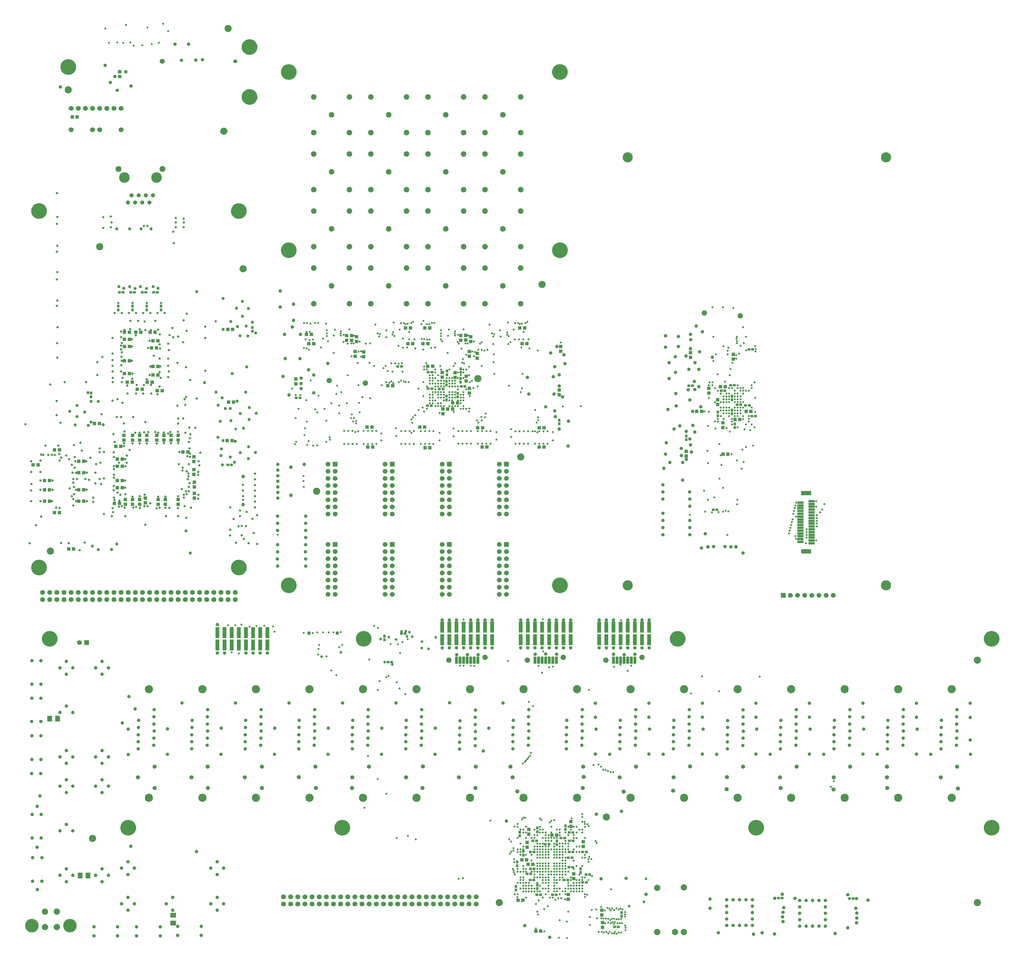
<source format=gbs>
G75*
G70*
%OFA0B0*%
%FSLAX24Y24*%
%IPPOS*%
%LPD*%
%AMOC8*
5,1,8,0,0,1.08239X$1,22.5*
%
%ADD102C,0.0780*%
%ADD104C,0.1419*%
%ADD110C,0.0330*%
%ADD114R,0.0356X0.0434*%
%ADD116C,0.0749*%
%ADD129C,0.0830*%
%ADD141C,0.0580*%
%ADD146C,0.0513*%
%ADD148R,0.0789X0.0710*%
%ADD153R,0.0474X0.0513*%
%ADD156C,0.0380*%
%ADD186C,0.2200*%
%ADD189R,0.0671X0.0671*%
%ADD192R,0.0434X0.0356*%
%ADD200R,0.0513X0.0474*%
%ADD212R,0.0434X0.1025*%
%ADD220C,0.0710*%
%ADD231C,0.0552*%
%ADD232C,0.0680*%
%ADD25C,0.1480*%
%ADD266R,0.1419X0.0592*%
%ADD267R,0.0867X0.0356*%
%ADD30C,0.1000*%
%ADD41R,0.0710X0.0789*%
%ADD50R,0.0580X0.1529*%
%ADD51C,0.1900*%
%ADD56C,0.0480*%
%ADD59C,0.0880*%
%ADD70C,0.0280*%
%ADD71C,0.0430*%
%ADD89C,0.1143*%
%ADD91C,0.0671*%
X002000Y002000D02*
G01*
G75*
D200*
X073161Y014992D02*
D03*
X073831Y014992D02*
D03*
X074697Y014362D02*
D03*
X074028Y014362D02*
D03*
X075130Y004992D02*
D03*
X075799Y004992D02*
D03*
X073280Y009323D02*
D03*
X072610Y009323D02*
D03*
X078004Y018457D02*
D03*
X077335Y018457D02*
D03*
D153*
X080032Y019697D02*
D03*
X080032Y020366D02*
D03*
X081764Y017532D02*
D03*
X081764Y016862D02*
D03*
X073890Y017453D02*
D03*
X073890Y016783D02*
D03*
X074126Y019264D02*
D03*
X074126Y018594D02*
D03*
X080425Y012374D02*
D03*
X080425Y013043D02*
D03*
X079638Y010130D02*
D03*
X079638Y009461D02*
D03*
X084441Y005524D02*
D03*
X084441Y006193D02*
D03*
X084362Y007925D02*
D03*
X084362Y007256D02*
D03*
D30*
X013000Y018000D02*
D03*
X137000Y043000D02*
D03*
X137000Y009000D02*
D03*
X070000Y009000D02*
D03*
X085000Y021000D02*
D03*
D41*
X006980Y034800D02*
D03*
X008082Y034800D02*
D03*
X012351Y012800D02*
D03*
X011249Y012800D02*
D03*
D148*
X024300Y006149D02*
D03*
X024300Y007251D02*
D03*
D116*
X067969Y043394D02*
D03*
X062917Y043000D02*
D03*
X084917Y043000D02*
D03*
X089969Y043394D02*
D03*
X073917Y043000D02*
D03*
X078968Y043394D02*
D03*
D232*
X039750Y008800D02*
D03*
X040750Y008800D02*
D03*
X041750Y008800D02*
D03*
X042750Y008800D02*
D03*
X043750Y008800D02*
D03*
X044750Y008800D02*
D03*
X045750Y008800D02*
D03*
X046750Y008800D02*
D03*
X047750Y008800D02*
D03*
X048750Y008800D02*
D03*
X049750Y008800D02*
D03*
X050750Y008800D02*
D03*
X051750Y008800D02*
D03*
X052750Y008800D02*
D03*
X053750Y008800D02*
D03*
X054750Y008800D02*
D03*
X055750Y008800D02*
D03*
X056750Y008800D02*
D03*
X057750Y008800D02*
D03*
X058750Y008800D02*
D03*
X059750Y008800D02*
D03*
X060750Y008800D02*
D03*
X061750Y008800D02*
D03*
X062750Y008800D02*
D03*
X063750Y008800D02*
D03*
X064750Y008800D02*
D03*
X065750Y008800D02*
D03*
X039750Y009800D02*
D03*
X040750Y009800D02*
D03*
X041750Y009800D02*
D03*
X042750Y009800D02*
D03*
X043750Y009800D02*
D03*
X044750Y009800D02*
D03*
X045750Y009800D02*
D03*
X046750Y009800D02*
D03*
X047750Y009800D02*
D03*
X048750Y009800D02*
D03*
X049750Y009800D02*
D03*
X050750Y009800D02*
D03*
X051750Y009800D02*
D03*
X052750Y009800D02*
D03*
X053750Y009800D02*
D03*
X054750Y009800D02*
D03*
X055750Y009800D02*
D03*
X056750Y009800D02*
D03*
X057750Y009800D02*
D03*
X058750Y009800D02*
D03*
X059750Y009800D02*
D03*
X060750Y009800D02*
D03*
X061750Y009800D02*
D03*
X062750Y009800D02*
D03*
X063750Y009800D02*
D03*
X064750Y009800D02*
D03*
X065750Y009800D02*
D03*
X066750Y008800D02*
D03*
X066750Y009800D02*
D03*
D59*
X007981Y005578D02*
D03*
X006331Y005578D02*
D03*
X007981Y007748D02*
D03*
X006331Y007748D02*
D03*
X092108Y011084D02*
D03*
X095858Y011134D02*
D03*
X095858Y004884D02*
D03*
X094608Y004884D02*
D03*
X092108Y004884D02*
D03*
D51*
X004481Y005758D02*
D03*
X009831Y005758D02*
D03*
D91*
X011157Y045464D02*
D03*
D189*
X012157Y045464D02*
D03*
D89*
X035900Y038948D02*
D03*
X035900Y023700D02*
D03*
X043400Y038948D02*
D03*
X043400Y023700D02*
D03*
X020900Y038948D02*
D03*
X020900Y023700D02*
D03*
X028400Y038948D02*
D03*
X028400Y023700D02*
D03*
X065900Y038948D02*
D03*
X065900Y023700D02*
D03*
X073400Y038948D02*
D03*
X073400Y023700D02*
D03*
X050900Y038948D02*
D03*
X050900Y023700D02*
D03*
X058400Y038948D02*
D03*
X058400Y023700D02*
D03*
X095900Y038948D02*
D03*
X095900Y023700D02*
D03*
X103400Y038948D02*
D03*
X103400Y023700D02*
D03*
X080900Y038948D02*
D03*
X080900Y023700D02*
D03*
X088400Y038948D02*
D03*
X088400Y023700D02*
D03*
X133400Y038948D02*
D03*
X133400Y023700D02*
D03*
X110900Y038948D02*
D03*
X110900Y023700D02*
D03*
X118400Y038948D02*
D03*
X118400Y023700D02*
D03*
X125900Y038948D02*
D03*
X125900Y023700D02*
D03*
D186*
X139000Y019500D02*
D03*
X106000Y019500D02*
D03*
X048000Y019500D02*
D03*
X018000Y019500D02*
D03*
X139000Y046000D02*
D03*
X095000Y046000D02*
D03*
X051000Y046000D02*
D03*
X007000Y046000D02*
D03*
D146*
X047269Y046800D02*
D03*
X043332Y046800D02*
D03*
D70*
X082550Y038850D02*
D03*
X044600Y043800D02*
D03*
X052965Y038835D02*
D03*
X071173Y042900D02*
D03*
X076150Y044250D02*
D03*
X087050Y048600D02*
D03*
X086959Y042359D02*
D03*
X086065Y042065D02*
D03*
X088500Y042250D02*
D03*
X088000Y041500D02*
D03*
X076100Y048750D02*
D03*
X077500Y042100D02*
D03*
X077000Y042000D02*
D03*
X075500Y042200D02*
D03*
X076000Y041250D02*
D03*
X065000Y048700D02*
D03*
X066500Y042200D02*
D03*
X066000Y042250D02*
D03*
X065000Y042250D02*
D03*
X064500Y042250D02*
D03*
X032000Y047900D02*
D03*
X033000Y047900D02*
D03*
X033850Y048000D02*
D03*
X035000Y047700D02*
D03*
X035950Y047800D02*
D03*
X037050Y047850D02*
D03*
X038300Y047750D02*
D03*
X032500Y044100D02*
D03*
X033500Y043950D02*
D03*
X084250Y008400D02*
D03*
X079244Y012945D02*
D03*
X068732Y020504D02*
D03*
X075307Y018457D02*
D03*
X074913Y018063D02*
D03*
X075307Y016882D02*
D03*
X085268Y006724D02*
D03*
X084913Y006764D02*
D03*
X084598Y006764D02*
D03*
X084362Y004913D02*
D03*
X083929Y004913D02*
D03*
X080819Y011764D02*
D03*
X080819Y012157D02*
D03*
X079638Y011370D02*
D03*
X081213Y012157D02*
D03*
X081213Y011764D02*
D03*
X081606Y011370D02*
D03*
X081213Y011370D02*
D03*
X081606Y010976D02*
D03*
X081213Y010976D02*
D03*
X081213Y010583D02*
D03*
X080819Y010976D02*
D03*
X080819Y010583D02*
D03*
X084283Y006803D02*
D03*
X083693Y006803D02*
D03*
X080425Y010583D02*
D03*
X080425Y010976D02*
D03*
X080032Y010976D02*
D03*
X079638Y010976D02*
D03*
X079244Y010976D02*
D03*
X079244Y010583D02*
D03*
X085583Y007906D02*
D03*
X085425Y008142D02*
D03*
X085149Y008260D02*
D03*
X085543Y006567D02*
D03*
X085779Y006725D02*
D03*
X085779Y008220D02*
D03*
X086409Y008220D02*
D03*
X086094Y007984D02*
D03*
X086094Y006724D02*
D03*
X086409Y006685D02*
D03*
X087000Y008181D02*
D03*
X086724Y008023D02*
D03*
X086724Y006685D02*
D03*
X087236Y008024D02*
D03*
X086173Y004913D02*
D03*
X086409Y004638D02*
D03*
X086094Y004665D02*
D03*
X085779Y004717D02*
D03*
X084638Y004795D02*
D03*
X086724Y004795D02*
D03*
X087669Y005150D02*
D03*
X087669Y005465D02*
D03*
X087630Y005779D02*
D03*
X086882Y006094D02*
D03*
X087197Y006094D02*
D03*
X086173Y006264D02*
D03*
X086055Y006016D02*
D03*
X086567Y006134D02*
D03*
X087039Y004795D02*
D03*
X085858Y006252D02*
D03*
X085622Y006094D02*
D03*
X085464Y004914D02*
D03*
X085268Y004677D02*
D03*
X084992Y004874D02*
D03*
X085268Y006213D02*
D03*
X087630Y007669D02*
D03*
X087630Y007354D02*
D03*
X087039Y006725D02*
D03*
X087630Y007039D02*
D03*
X082276Y010110D02*
D03*
X084795Y007906D02*
D03*
X083535Y008024D02*
D03*
X082945Y007984D02*
D03*
X082669Y006961D02*
D03*
X084834Y006094D02*
D03*
X085937Y027315D02*
D03*
X076882Y010583D02*
D03*
X077669Y012157D02*
D03*
X078063Y012157D02*
D03*
X078457Y012157D02*
D03*
X077669Y011370D02*
D03*
X077669Y010976D02*
D03*
X078063Y010976D02*
D03*
X078457Y010976D02*
D03*
X077669Y010583D02*
D03*
X078850Y010583D02*
D03*
X079244Y013339D02*
D03*
X077669Y012945D02*
D03*
X077276Y012945D02*
D03*
X077669Y012551D02*
D03*
X077669Y013339D02*
D03*
X078063Y012945D02*
D03*
X079638Y011764D02*
D03*
X078063Y011764D02*
D03*
X077669Y011764D02*
D03*
X077276Y020474D02*
D03*
X077669Y020581D02*
D03*
X080819Y018850D02*
D03*
X082362Y020000D02*
D03*
X082506Y019750D02*
D03*
X081213Y019244D02*
D03*
X080425Y018063D02*
D03*
X080425Y011764D02*
D03*
X081213Y012945D02*
D03*
X082591Y015406D02*
D03*
X082886Y015110D02*
D03*
X081606Y015307D02*
D03*
X082000Y015307D02*
D03*
X083500Y017625D02*
D03*
X083625Y017375D02*
D03*
X082000Y019638D02*
D03*
X082000Y020032D02*
D03*
X080819Y016882D02*
D03*
X081213Y016882D02*
D03*
X116881Y026074D02*
D03*
X116449Y025248D02*
D03*
X072000Y013500D02*
D03*
X071875Y013750D02*
D03*
X071665Y017571D02*
D03*
X071370Y017866D02*
D03*
X072000Y016625D02*
D03*
X073142Y020661D02*
D03*
X073339Y018850D02*
D03*
X073339Y020898D02*
D03*
X073339Y019244D02*
D03*
X072945Y019244D02*
D03*
X072118Y019677D02*
D03*
X072551Y019638D02*
D03*
X072551Y020032D02*
D03*
X072945Y017276D02*
D03*
X073339Y016882D02*
D03*
X071961Y016291D02*
D03*
X072945Y016488D02*
D03*
X072551Y016488D02*
D03*
X051764Y043102D02*
D03*
X053220Y040071D02*
D03*
X056094Y044008D02*
D03*
X055622Y039913D02*
D03*
X085583Y027315D02*
D03*
X085228Y027472D02*
D03*
X084874Y027591D02*
D03*
X084559Y027630D02*
D03*
X084244Y028063D02*
D03*
X074709Y036574D02*
D03*
X074402Y029992D02*
D03*
X074283Y029598D02*
D03*
X074087Y029362D02*
D03*
X083890Y028378D02*
D03*
X073929Y029126D02*
D03*
X073732Y028929D02*
D03*
X073535Y028732D02*
D03*
X073299Y028496D02*
D03*
X057161Y045980D02*
D03*
X056409Y045543D02*
D03*
X055780Y045228D02*
D03*
X054756Y045268D02*
D03*
X106488Y040701D02*
D03*
X098378Y040740D02*
D03*
X072157Y010189D02*
D03*
X072551Y010189D02*
D03*
X072512Y009756D02*
D03*
X082000Y010189D02*
D03*
X081606Y010583D02*
D03*
X073339Y014126D02*
D03*
X073339Y013732D02*
D03*
X072079Y014717D02*
D03*
X076094Y010976D02*
D03*
X076488Y010976D02*
D03*
X076882Y010976D02*
D03*
X076882Y011370D02*
D03*
X076094Y012157D02*
D03*
X076882Y011764D02*
D03*
X074126Y037157D02*
D03*
X072551Y013732D02*
D03*
X073732Y013732D02*
D03*
X073732Y015701D02*
D03*
X073732Y018063D02*
D03*
X072551Y018063D02*
D03*
X073732Y019638D02*
D03*
X083181Y028299D02*
D03*
X078457Y019244D02*
D03*
X078457Y018850D02*
D03*
X077276Y019638D02*
D03*
X077079Y020228D02*
D03*
X075701Y018850D02*
D03*
X075701Y019244D02*
D03*
X075701Y020819D02*
D03*
X075701Y019638D02*
D03*
X075898Y020622D02*
D03*
X081606Y018850D02*
D03*
X081606Y019244D02*
D03*
X081606Y020327D02*
D03*
X081952Y020327D02*
D03*
X080425Y019638D02*
D03*
X081606Y021016D02*
D03*
X080032Y019244D02*
D03*
X081606Y021409D02*
D03*
X076094Y019244D02*
D03*
X077669Y018063D02*
D03*
X077276Y018850D02*
D03*
X076882Y018457D02*
D03*
X074913Y018457D02*
D03*
X079638Y017276D02*
D03*
X079244Y017276D02*
D03*
X078850Y017276D02*
D03*
X078457Y017276D02*
D03*
X076094Y017276D02*
D03*
X075701Y017276D02*
D03*
X075307Y017276D02*
D03*
X074913Y016882D02*
D03*
X074913Y016488D02*
D03*
X075701Y016882D02*
D03*
X076094Y016882D02*
D03*
X076488Y016882D02*
D03*
X075307Y016488D02*
D03*
X078850Y013339D02*
D03*
X079638Y013339D02*
D03*
X079244Y013732D02*
D03*
X078850Y013732D02*
D03*
X078457Y013732D02*
D03*
X078457Y013339D02*
D03*
X078063Y013339D02*
D03*
X078063Y013732D02*
D03*
X079244Y014126D02*
D03*
X078850Y014126D02*
D03*
X078850Y014520D02*
D03*
X079244Y014520D02*
D03*
X078850Y014913D02*
D03*
X079244Y014913D02*
D03*
X078850Y015307D02*
D03*
X079244Y015307D02*
D03*
X078850Y016094D02*
D03*
X079244Y016094D02*
D03*
X079638Y016488D02*
D03*
X079638Y016882D02*
D03*
X079244Y016488D02*
D03*
X078850Y016488D02*
D03*
X078850Y016882D02*
D03*
X078457Y016882D02*
D03*
X078457Y016094D02*
D03*
X078063Y015701D02*
D03*
X078063Y014126D02*
D03*
X076488Y014126D02*
D03*
X076488Y015701D02*
D03*
X076094Y016094D02*
D03*
X076094Y013732D02*
D03*
X075701Y013732D02*
D03*
X075701Y012945D02*
D03*
X076094Y012945D02*
D03*
X074913Y013339D02*
D03*
X075307Y013339D02*
D03*
X075307Y013732D02*
D03*
X075307Y014126D02*
D03*
X075307Y014520D02*
D03*
X075307Y015307D02*
D03*
X075307Y015701D02*
D03*
X074913Y012551D02*
D03*
X074913Y012945D02*
D03*
X075307Y012551D02*
D03*
X073732Y011764D02*
D03*
X075307Y010583D02*
D03*
X076094Y012551D02*
D03*
X075701Y012551D02*
D03*
X080819Y014126D02*
D03*
X080819Y016094D02*
D03*
X082000Y015701D02*
D03*
X081606Y014126D02*
D03*
X080819Y018063D02*
D03*
X082000Y018063D02*
D03*
X079638Y018457D02*
D03*
X080819Y019638D02*
D03*
X079638Y019638D02*
D03*
X079244Y018850D02*
D03*
X078063Y018063D02*
D03*
X076882Y018063D02*
D03*
X096862Y038339D02*
D03*
X078457Y010189D02*
D03*
X100799Y038634D02*
D03*
X076488Y010189D02*
D03*
X078063Y010583D02*
D03*
X077472Y009697D02*
D03*
X077079Y009697D02*
D03*
X082000Y009795D02*
D03*
X074126Y011764D02*
D03*
X075701Y010583D02*
D03*
X075307Y011764D02*
D03*
X073339Y013339D02*
D03*
X072945Y013339D02*
D03*
X072157Y012945D02*
D03*
X072551Y013339D02*
D03*
X072059Y013240D02*
D03*
X076488Y018063D02*
D03*
X076882Y017669D02*
D03*
X073634Y020917D02*
D03*
X077276Y017669D02*
D03*
X072551Y011764D02*
D03*
X077276Y018063D02*
D03*
X076488Y017669D02*
D03*
X078457Y018457D02*
D03*
X077669Y016882D02*
D03*
X074520Y018063D02*
D03*
X076488Y018457D02*
D03*
X076488Y018850D02*
D03*
X076094Y018850D02*
D03*
X076094Y018063D02*
D03*
X045780Y043555D02*
D03*
X057197Y018358D02*
D03*
X056016Y039028D02*
D03*
X055622Y018063D02*
D03*
X054441Y040799D02*
D03*
X058280Y017866D02*
D03*
X056803Y038240D02*
D03*
X081213Y016094D02*
D03*
X076488Y012551D02*
D03*
X076882Y012945D02*
D03*
X076882Y012157D02*
D03*
X076882Y012551D02*
D03*
X054146Y024264D02*
D03*
X052965Y026331D02*
D03*
X064283Y012354D02*
D03*
X051094Y022295D02*
D03*
X047157Y040898D02*
D03*
X051587Y029579D02*
D03*
X046468Y041587D02*
D03*
X077669Y014520D02*
D03*
X077669Y015307D02*
D03*
X076882Y015307D02*
D03*
X076882Y014520D02*
D03*
X076882Y014126D02*
D03*
X077669Y014126D02*
D03*
X077669Y013732D02*
D03*
X076488Y013732D02*
D03*
X076882Y013732D02*
D03*
X076488Y014520D02*
D03*
X076094Y014520D02*
D03*
X075701Y014520D02*
D03*
X076094Y014126D02*
D03*
X075701Y014126D02*
D03*
X075701Y013339D02*
D03*
X076094Y013339D02*
D03*
X076488Y013339D02*
D03*
X076882Y013339D02*
D03*
X076488Y015307D02*
D03*
X076094Y015701D02*
D03*
X075701Y015701D02*
D03*
X076882Y015701D02*
D03*
X076882Y016094D02*
D03*
X076488Y016094D02*
D03*
X076094Y016488D02*
D03*
X076488Y016488D02*
D03*
X076882Y016488D02*
D03*
X076882Y016882D02*
D03*
X076094Y015307D02*
D03*
X075701Y015307D02*
D03*
X077669Y015701D02*
D03*
X077669Y016094D02*
D03*
X077669Y016488D02*
D03*
X078063Y016488D02*
D03*
X078063Y016094D02*
D03*
X078457Y016488D02*
D03*
X078457Y015701D02*
D03*
X078850Y015701D02*
D03*
X078457Y015307D02*
D03*
X078063Y015307D02*
D03*
X078063Y014520D02*
D03*
X078457Y014520D02*
D03*
X078457Y014126D02*
D03*
X077276Y013339D02*
D03*
X075701Y016488D02*
D03*
X075701Y016094D02*
D03*
X075307Y016094D02*
D03*
X074520Y013339D02*
D03*
X080032Y012551D02*
D03*
X080425Y013732D02*
D03*
X080425Y014913D02*
D03*
X080425Y016488D02*
D03*
X074520Y015701D02*
D03*
X074520Y014913D02*
D03*
X078850Y012945D02*
D03*
X078457Y012945D02*
D03*
X074913Y019244D02*
D03*
X073339Y016488D02*
D03*
X073732Y013339D02*
D03*
X079244Y017669D02*
D03*
X054146Y040602D02*
D03*
X072945Y016094D02*
D03*
X071635Y016125D02*
D03*
X072945Y015701D02*
D03*
X071491Y015875D02*
D03*
X072551Y016094D02*
D03*
X072059Y015110D02*
D03*
X076094Y009697D02*
D03*
X077669Y017276D02*
D03*
X082492Y015110D02*
D03*
X077276Y016488D02*
D03*
X080425Y018457D02*
D03*
X073732Y009697D02*
D03*
X078063Y019244D02*
D03*
X082492Y014717D02*
D03*
X080130Y020819D02*
D03*
X073732Y018850D02*
D03*
X072945Y012551D02*
D03*
X073339Y012551D02*
D03*
X072945Y012157D02*
D03*
X073339Y012157D02*
D03*
X072945Y011764D02*
D03*
X073339Y011764D02*
D03*
X072945Y010976D02*
D03*
X073339Y010976D02*
D03*
X073732Y010976D02*
D03*
X073339Y010583D02*
D03*
X073732Y010583D02*
D03*
X074126Y010583D02*
D03*
X074126Y010976D02*
D03*
X074520Y010976D02*
D03*
X074520Y010583D02*
D03*
X074913Y010583D02*
D03*
X074913Y010976D02*
D03*
X075504Y009303D02*
D03*
X075110Y008811D02*
D03*
X073339Y011370D02*
D03*
X073732Y011370D02*
D03*
X074126Y011370D02*
D03*
X074520Y011370D02*
D03*
X064874Y012453D02*
D03*
X075701Y011370D02*
D03*
X076291Y008122D02*
D03*
X075406Y007335D02*
D03*
X075307Y007728D02*
D03*
X076783Y008516D02*
D03*
X077866Y009402D02*
D03*
X078260Y009598D02*
D03*
X078654Y009598D02*
D03*
X079638Y007728D02*
D03*
X080032Y010583D02*
D03*
X079441Y006350D02*
D03*
X078457Y006547D02*
D03*
X079480Y004047D02*
D03*
X078358Y004087D02*
D03*
X081606Y012551D02*
D03*
X080032Y012157D02*
D03*
X080819Y011370D02*
D03*
X080425Y011370D02*
D03*
X080032Y011370D02*
D03*
X078457Y012551D02*
D03*
X078850Y012551D02*
D03*
X082000Y012551D02*
D03*
X081606Y012157D02*
D03*
X079244Y010189D02*
D03*
X079244Y009461D02*
D03*
X082984Y012748D02*
D03*
X075110Y005366D02*
D03*
X076291Y004972D02*
D03*
X085642Y010878D02*
D03*
X082699Y005888D02*
D03*
X082492Y012157D02*
D03*
X044650Y044600D02*
D03*
X044750Y045150D02*
D03*
X042600Y046850D02*
D03*
X043850Y046800D02*
D03*
X044500Y046900D02*
D03*
X045300Y046900D02*
D03*
X046100Y046900D02*
D03*
X046750Y046900D02*
D03*
X047800Y046950D02*
D03*
X048000Y045150D02*
D03*
X053000Y047550D02*
D03*
X038500Y047000D02*
D03*
X052450Y047850D02*
D03*
X047550Y044850D02*
D03*
X076094Y011764D02*
D03*
X076488Y011764D02*
D03*
X076488Y012157D02*
D03*
D56*
X091000Y044750D02*
D03*
X090000Y044750D02*
D03*
X089000Y044750D02*
D03*
X088000Y044750D02*
D03*
X087000Y044724D02*
D03*
X086000Y044750D02*
D03*
X085000Y044750D02*
D03*
X084000Y044750D02*
D03*
X091000Y048626D02*
D03*
X090000Y048626D02*
D03*
X089000Y048626D02*
D03*
X088000Y048626D02*
D03*
X086000Y048626D02*
D03*
X085000Y048626D02*
D03*
X084000Y048626D02*
D03*
X080000Y044750D02*
D03*
X079000Y044750D02*
D03*
X078000Y044750D02*
D03*
X077000Y044750D02*
D03*
X076000Y044724D02*
D03*
X075000Y044750D02*
D03*
X074000Y044750D02*
D03*
X073000Y044750D02*
D03*
X080000Y048626D02*
D03*
X079000Y048626D02*
D03*
X078000Y048626D02*
D03*
X077000Y048626D02*
D03*
X075000Y048626D02*
D03*
X074000Y048626D02*
D03*
X073000Y048626D02*
D03*
X062000Y048626D02*
D03*
X063000Y048626D02*
D03*
X064000Y048626D02*
D03*
X066000Y048626D02*
D03*
X067000Y048626D02*
D03*
X068000Y048626D02*
D03*
X069000Y048626D02*
D03*
X062000Y044750D02*
D03*
X063000Y044750D02*
D03*
X064000Y044750D02*
D03*
X065000Y044724D02*
D03*
X066000Y044750D02*
D03*
X067000Y044750D02*
D03*
X068000Y044750D02*
D03*
X069000Y044750D02*
D03*
X030500Y048000D02*
D03*
X030500Y044000D02*
D03*
X031500Y044000D02*
D03*
X034500Y044000D02*
D03*
X035500Y044000D02*
D03*
X036500Y044000D02*
D03*
X037500Y044000D02*
D03*
X109854Y008319D02*
D03*
X017157Y034205D02*
D03*
X136015Y029795D02*
D03*
X136000Y034977D02*
D03*
X128456Y034992D02*
D03*
X128456Y029835D02*
D03*
X130464Y029795D02*
D03*
X120956Y034992D02*
D03*
X120956Y029835D02*
D03*
X122964Y029795D02*
D03*
X113456Y034992D02*
D03*
X113456Y029835D02*
D03*
X115464Y029795D02*
D03*
X105956Y034992D02*
D03*
X105956Y029835D02*
D03*
X107964Y029795D02*
D03*
X098456Y034992D02*
D03*
X098456Y029835D02*
D03*
X100464Y029795D02*
D03*
X090956Y034992D02*
D03*
X090956Y029835D02*
D03*
X092964Y029795D02*
D03*
X085464Y029795D02*
D03*
X083456Y029835D02*
D03*
X083456Y034992D02*
D03*
X086936Y034574D02*
D03*
X089086Y034047D02*
D03*
X086921Y033575D02*
D03*
X086882Y031567D02*
D03*
X089067Y031074D02*
D03*
X086882Y030583D02*
D03*
X094382Y030583D02*
D03*
X096567Y031074D02*
D03*
X094382Y031567D02*
D03*
X094421Y033575D02*
D03*
X096586Y034047D02*
D03*
X094436Y034574D02*
D03*
X101938Y030564D02*
D03*
X104124Y031055D02*
D03*
X101938Y031548D02*
D03*
X101978Y033556D02*
D03*
X104143Y034028D02*
D03*
X101993Y034555D02*
D03*
X109382Y030583D02*
D03*
X111567Y031074D02*
D03*
X109382Y031567D02*
D03*
X109421Y033575D02*
D03*
X111586Y034047D02*
D03*
X109436Y034574D02*
D03*
X116882Y030583D02*
D03*
X119067Y031074D02*
D03*
X116882Y031567D02*
D03*
X116921Y033575D02*
D03*
X119086Y034047D02*
D03*
X116936Y034574D02*
D03*
X124382Y030583D02*
D03*
X126567Y031074D02*
D03*
X124382Y031567D02*
D03*
X124421Y033575D02*
D03*
X126586Y034047D02*
D03*
X124436Y034574D02*
D03*
X131882Y030583D02*
D03*
X134067Y031074D02*
D03*
X131882Y031567D02*
D03*
X131921Y033575D02*
D03*
X134086Y034047D02*
D03*
X131936Y034574D02*
D03*
X079382Y030583D02*
D03*
X081567Y031074D02*
D03*
X079382Y031567D02*
D03*
X079421Y033575D02*
D03*
X081586Y034047D02*
D03*
X079436Y034574D02*
D03*
X071921Y033575D02*
D03*
X074086Y034047D02*
D03*
X071936Y034574D02*
D03*
X064458Y033516D02*
D03*
X066623Y033989D02*
D03*
X064473Y034516D02*
D03*
X056921Y033575D02*
D03*
X059086Y034047D02*
D03*
X056936Y034574D02*
D03*
X049421Y033575D02*
D03*
X051586Y034047D02*
D03*
X049436Y034574D02*
D03*
X041921Y033575D02*
D03*
X044086Y034047D02*
D03*
X041936Y034574D02*
D03*
X034421Y033575D02*
D03*
X036586Y034047D02*
D03*
X034436Y034574D02*
D03*
X026921Y033575D02*
D03*
X029086Y034047D02*
D03*
X026936Y034574D02*
D03*
X019421Y033575D02*
D03*
X021586Y034047D02*
D03*
X019436Y034574D02*
D03*
X136000Y036984D02*
D03*
X134107Y036074D02*
D03*
X134090Y035074D02*
D03*
X128456Y036960D02*
D03*
X120956Y036960D02*
D03*
X126607Y036074D02*
D03*
X134126Y033063D02*
D03*
X128535Y033338D02*
D03*
X126590Y035074D02*
D03*
X121035Y033338D02*
D03*
X126626Y033063D02*
D03*
X119107Y036074D02*
D03*
X113456Y036960D02*
D03*
X119090Y035074D02*
D03*
X111607Y036074D02*
D03*
X119126Y033063D02*
D03*
X113535Y033338D02*
D03*
X111590Y035074D02*
D03*
X106035Y033338D02*
D03*
X111626Y033063D02*
D03*
X134086Y032079D02*
D03*
X131882Y032551D02*
D03*
X135976Y031803D02*
D03*
X124382Y032551D02*
D03*
X126586Y032079D02*
D03*
X119086Y032079D02*
D03*
X116882Y032551D02*
D03*
X109382Y032551D02*
D03*
X111586Y032079D02*
D03*
X105956Y036960D02*
D03*
X098456Y036960D02*
D03*
X104163Y036055D02*
D03*
X090956Y036960D02*
D03*
X096607Y036074D02*
D03*
X089107Y036074D02*
D03*
X104146Y035055D02*
D03*
X098535Y033338D02*
D03*
X104182Y033044D02*
D03*
X096626Y033063D02*
D03*
X096590Y035074D02*
D03*
X091035Y033338D02*
D03*
X089126Y033063D02*
D03*
X089000Y043853D02*
D03*
X087500Y043789D02*
D03*
X086000Y043824D02*
D03*
X089090Y035074D02*
D03*
X083456Y036960D02*
D03*
X081607Y036074D02*
D03*
X083535Y033338D02*
D03*
X081590Y035074D02*
D03*
X101938Y032532D02*
D03*
X104143Y032060D02*
D03*
X096586Y032079D02*
D03*
X094382Y032551D02*
D03*
X089086Y032079D02*
D03*
X081626Y033063D02*
D03*
X086882Y032551D02*
D03*
X081586Y032079D02*
D03*
X076500Y043866D02*
D03*
X078008Y043839D02*
D03*
X075008Y043823D02*
D03*
X067014Y043783D02*
D03*
X070504Y037000D02*
D03*
X065518Y043783D02*
D03*
X064022Y043783D02*
D03*
X063023Y037039D02*
D03*
X055504Y037000D02*
D03*
X074107Y036074D02*
D03*
X074090Y035074D02*
D03*
X066644Y036016D02*
D03*
X066627Y035016D02*
D03*
X068516Y033457D02*
D03*
X074126Y033063D02*
D03*
X079382Y032551D02*
D03*
X066663Y033004D02*
D03*
X071882Y032551D02*
D03*
X059107Y036074D02*
D03*
X059090Y035074D02*
D03*
X061016Y033457D02*
D03*
X051607Y036074D02*
D03*
X051590Y035074D02*
D03*
X059126Y033063D02*
D03*
X064419Y032493D02*
D03*
X053516Y033457D02*
D03*
X051626Y033063D02*
D03*
X056882Y032551D02*
D03*
X048004Y037000D02*
D03*
X040504Y037000D02*
D03*
X115683Y009322D02*
D03*
X115683Y008422D02*
D03*
X115683Y007522D02*
D03*
X044107Y036074D02*
D03*
X036607Y036074D02*
D03*
X033004Y037000D02*
D03*
X025504Y037000D02*
D03*
X018940Y036184D02*
D03*
X115683Y006622D02*
D03*
X114783Y009322D02*
D03*
X113883Y009322D02*
D03*
X112983Y009322D02*
D03*
X112083Y009322D02*
D03*
X112083Y008422D02*
D03*
X112083Y007522D02*
D03*
X112083Y006622D02*
D03*
X044090Y035074D02*
D03*
X046016Y033457D02*
D03*
X044126Y033063D02*
D03*
X038516Y033457D02*
D03*
X036590Y035074D02*
D03*
X029107Y036074D02*
D03*
X036626Y033063D02*
D03*
X031016Y033457D02*
D03*
X049382Y032551D02*
D03*
X041882Y032551D02*
D03*
X029126Y033063D02*
D03*
X034382Y032551D02*
D03*
X021607Y036074D02*
D03*
X029090Y035074D02*
D03*
X021590Y035074D02*
D03*
X115683Y005722D02*
D03*
X114783Y005722D02*
D03*
X113883Y005722D02*
D03*
X112983Y005722D02*
D03*
X112083Y005722D02*
D03*
X023500Y033382D02*
D03*
X026882Y032551D02*
D03*
X021626Y033063D02*
D03*
X017984Y033339D02*
D03*
X019382Y032551D02*
D03*
X074086Y032079D02*
D03*
X066623Y032020D02*
D03*
X059086Y032079D02*
D03*
X051586Y032079D02*
D03*
X044086Y032079D02*
D03*
X036586Y032079D02*
D03*
X029086Y032079D02*
D03*
X021586Y032079D02*
D03*
X087768Y012394D02*
D03*
X084264Y012354D02*
D03*
X087118Y021803D02*
D03*
X083575Y021409D02*
D03*
X070976Y020425D02*
D03*
X017984Y029756D02*
D03*
X019382Y030583D02*
D03*
X023496Y029795D02*
D03*
X026882Y030583D02*
D03*
X031000Y029819D02*
D03*
X038500Y029819D02*
D03*
X034382Y030583D02*
D03*
X041882Y030583D02*
D03*
X021567Y031074D02*
D03*
X029067Y031074D02*
D03*
X019382Y031567D02*
D03*
X026882Y031567D02*
D03*
X034382Y031567D02*
D03*
X036567Y031074D02*
D03*
X044067Y031074D02*
D03*
X041882Y031567D02*
D03*
X046000Y029819D02*
D03*
X053500Y029819D02*
D03*
X049382Y030583D02*
D03*
X056882Y030583D02*
D03*
X061000Y029819D02*
D03*
X067748Y030268D02*
D03*
X064419Y030524D02*
D03*
X071882Y030583D02*
D03*
X051567Y031074D02*
D03*
X059067Y031074D02*
D03*
X049382Y031567D02*
D03*
X056882Y031567D02*
D03*
X066604Y031016D02*
D03*
X074067Y031074D02*
D03*
X064419Y031508D02*
D03*
X071882Y031567D02*
D03*
X005228Y016783D02*
D03*
X005268Y010839D02*
D03*
X005228Y022492D02*
D03*
X005622Y023968D02*
D03*
X005720Y027118D02*
D03*
X004441Y027118D02*
D03*
X004480Y029087D02*
D03*
X005760Y029087D02*
D03*
X004480Y032394D02*
D03*
X005760Y032394D02*
D03*
X004461Y034421D02*
D03*
X005740Y034421D02*
D03*
X004480Y037669D02*
D03*
X005760Y037669D02*
D03*
X004480Y039638D02*
D03*
X005760Y039638D02*
D03*
X004480Y042945D02*
D03*
X005760Y042945D02*
D03*
X004520Y021370D02*
D03*
X005799Y021370D02*
D03*
X004520Y018063D02*
D03*
X005799Y018063D02*
D03*
X004598Y015307D02*
D03*
X005878Y015307D02*
D03*
X004598Y012000D02*
D03*
X005878Y012000D02*
D03*
X013181Y004323D02*
D03*
X013181Y005602D02*
D03*
X016488Y004323D02*
D03*
X016488Y005602D02*
D03*
X019165Y004323D02*
D03*
X019165Y005602D02*
D03*
X022472Y004323D02*
D03*
X022472Y005602D02*
D03*
X024913Y004402D02*
D03*
X024913Y005681D02*
D03*
X028220Y004402D02*
D03*
X028220Y005681D02*
D03*
X018350Y016900D02*
D03*
X018083Y037905D02*
D03*
X008427Y041931D02*
D03*
X009323Y042827D02*
D03*
X009323Y041035D02*
D03*
X010219Y041931D02*
D03*
X010219Y029431D02*
D03*
X009323Y028535D02*
D03*
X009323Y030327D02*
D03*
X008427Y029431D02*
D03*
X015219Y029431D02*
D03*
X014323Y028535D02*
D03*
X014323Y030327D02*
D03*
X013427Y029431D02*
D03*
X015219Y041931D02*
D03*
X014323Y041035D02*
D03*
X014323Y042827D02*
D03*
X013427Y041931D02*
D03*
X010219Y025337D02*
D03*
X009323Y024441D02*
D03*
X009323Y026232D02*
D03*
X008427Y025337D02*
D03*
X015219Y025337D02*
D03*
X014323Y024441D02*
D03*
X014323Y026232D02*
D03*
X013427Y025337D02*
D03*
X015219Y012837D02*
D03*
X014323Y011941D02*
D03*
X014323Y013732D02*
D03*
X013427Y012837D02*
D03*
X010219Y012837D02*
D03*
X009323Y011941D02*
D03*
X009323Y013732D02*
D03*
X008427Y012837D02*
D03*
X018850Y013850D02*
D03*
X017955Y012955D02*
D03*
X017955Y014746D02*
D03*
X017059Y013850D02*
D03*
X018850Y008850D02*
D03*
X017955Y007955D02*
D03*
X017955Y009746D02*
D03*
X017059Y008850D02*
D03*
X031350Y013850D02*
D03*
X030455Y012955D02*
D03*
X030455Y014746D02*
D03*
X029559Y013850D02*
D03*
X031350Y008850D02*
D03*
X030455Y007955D02*
D03*
X030455Y009746D02*
D03*
X029559Y008850D02*
D03*
X023309Y008850D02*
D03*
X024205Y009746D02*
D03*
X024205Y007955D02*
D03*
X008427Y019087D02*
D03*
X009323Y019982D02*
D03*
X010219Y019087D02*
D03*
X008427Y035681D02*
D03*
X009323Y036577D02*
D03*
X010219Y035681D02*
D03*
X027551Y016173D02*
D03*
X077039Y004126D02*
D03*
X073535Y005760D02*
D03*
X108555Y004598D02*
D03*
X109756Y006350D02*
D03*
X109698Y006999D02*
D03*
X119965Y008193D02*
D03*
X118811Y005465D02*
D03*
X120061Y006183D02*
D03*
X120080Y006853D02*
D03*
X117039Y004677D02*
D03*
X120082Y007523D02*
D03*
X111429Y009598D02*
D03*
X105622Y004579D02*
D03*
X109756Y007630D02*
D03*
X099520Y009500D02*
D03*
X099520Y008220D02*
D03*
X100701Y004776D02*
D03*
X121646Y009323D02*
D03*
X106803Y004776D02*
D03*
X101847Y005820D02*
D03*
X102747Y005820D02*
D03*
X103647Y005820D02*
D03*
X104547Y005820D02*
D03*
X105447Y005820D02*
D03*
X101847Y006720D02*
D03*
X101847Y007620D02*
D03*
X101847Y008520D02*
D03*
X101847Y009420D02*
D03*
X102747Y009420D02*
D03*
X103647Y009420D02*
D03*
X104547Y009420D02*
D03*
X105447Y006720D02*
D03*
X105447Y007620D02*
D03*
X105447Y008520D02*
D03*
X105447Y009420D02*
D03*
X118811Y010091D02*
D03*
X120051Y009559D02*
D03*
X108575Y009598D02*
D03*
X109657Y010189D02*
D03*
X090563Y010189D02*
D03*
D156*
X045071Y043496D02*
D03*
X057397Y046925D02*
D03*
X047777Y044115D02*
D03*
X057039Y046331D02*
D03*
X061094Y046212D02*
D03*
X055504Y045897D02*
D03*
X057791Y046295D02*
D03*
X059165Y045622D02*
D03*
X054990Y042392D02*
D03*
X053338Y045976D02*
D03*
X056882Y047079D02*
D03*
X056277Y047054D02*
D03*
X054520Y046252D02*
D03*
X060050Y044617D02*
D03*
X059126Y044716D02*
D03*
X053929Y042748D02*
D03*
X090268Y009106D02*
D03*
X088201Y008516D02*
D03*
X090563Y012354D02*
D03*
D141*
X134165Y028063D02*
D03*
X131843Y026567D02*
D03*
X134250Y025000D02*
D03*
X124323Y028063D02*
D03*
X124330Y026574D02*
D03*
X124365Y025074D02*
D03*
X119165Y028063D02*
D03*
X116843Y026567D02*
D03*
X116803Y024874D02*
D03*
X111646Y028063D02*
D03*
X109316Y026574D02*
D03*
X109405Y025074D02*
D03*
X104154Y028074D02*
D03*
X101882Y026606D02*
D03*
X101843Y024913D02*
D03*
X096724Y028102D02*
D03*
X089165Y028063D02*
D03*
X094409Y026574D02*
D03*
X094362Y024717D02*
D03*
X086843Y026567D02*
D03*
X081764Y028063D02*
D03*
X081688Y025074D02*
D03*
X087433Y024559D02*
D03*
X081803Y026626D02*
D03*
X072512Y024598D02*
D03*
X071567Y028063D02*
D03*
X066685Y028063D02*
D03*
X059283Y028102D02*
D03*
X071843Y026567D02*
D03*
X066649Y025074D02*
D03*
X064330Y026574D02*
D03*
X056921Y026567D02*
D03*
X059205Y025071D02*
D03*
X051724Y028063D02*
D03*
X049369Y026574D02*
D03*
X044205Y028063D02*
D03*
X049359Y025074D02*
D03*
X044283Y025071D02*
D03*
X036724Y028063D02*
D03*
X041882Y026606D02*
D03*
X036721Y025074D02*
D03*
X029126Y028063D02*
D03*
X034330Y026574D02*
D03*
X029168Y025074D02*
D03*
X021685Y028063D02*
D03*
X026843Y026567D02*
D03*
X021682Y025074D02*
D03*
X019362Y026567D02*
D03*
D212*
X067000Y043000D02*
D03*
X065500Y043000D02*
D03*
X064000Y043000D02*
D03*
X064500Y043000D02*
D03*
X065000Y043000D02*
D03*
X066500Y043000D02*
D03*
X066000Y043000D02*
D03*
X077000Y043000D02*
D03*
X077500Y043000D02*
D03*
X076000Y043000D02*
D03*
X075500Y043000D02*
D03*
X088000Y043000D02*
D03*
X088500Y043000D02*
D03*
X087000Y043000D02*
D03*
X086500Y043000D02*
D03*
X086000Y043000D02*
D03*
X087500Y043000D02*
D03*
X089000Y043000D02*
D03*
X075000Y043000D02*
D03*
X076500Y043000D02*
D03*
X078000Y043000D02*
D03*
D50*
X091000Y047624D02*
D03*
X091000Y045876D02*
D03*
X090000Y047624D02*
D03*
X090000Y045876D02*
D03*
X089000Y047624D02*
D03*
X089000Y045876D02*
D03*
X088000Y047624D02*
D03*
X088000Y045876D02*
D03*
X087000Y047624D02*
D03*
X087000Y045876D02*
D03*
X086000Y047624D02*
D03*
X086000Y045876D02*
D03*
X085000Y047624D02*
D03*
X085000Y045876D02*
D03*
X084000Y047624D02*
D03*
X084000Y045876D02*
D03*
X080000Y047624D02*
D03*
X080000Y045876D02*
D03*
X079000Y047624D02*
D03*
X079000Y045876D02*
D03*
X078000Y047624D02*
D03*
X078000Y045876D02*
D03*
X077000Y047624D02*
D03*
X077000Y045876D02*
D03*
X076000Y047624D02*
D03*
X076000Y045876D02*
D03*
X075000Y047624D02*
D03*
X075000Y045876D02*
D03*
X074000Y047624D02*
D03*
X074000Y045876D02*
D03*
X073000Y047624D02*
D03*
X073000Y045876D02*
D03*
X069000Y047624D02*
D03*
X069000Y045876D02*
D03*
X068000Y047624D02*
D03*
X068000Y045876D02*
D03*
X067000Y047624D02*
D03*
X067000Y045876D02*
D03*
X066000Y047624D02*
D03*
X066000Y045876D02*
D03*
X065000Y047624D02*
D03*
X065000Y045876D02*
D03*
X064000Y047624D02*
D03*
X064000Y045876D02*
D03*
X063000Y047624D02*
D03*
X063000Y045876D02*
D03*
X062000Y047624D02*
D03*
X062000Y045876D02*
D03*
X037500Y046874D02*
D03*
X037500Y045126D02*
D03*
X036500Y046874D02*
D03*
X036500Y045126D02*
D03*
X035500Y046874D02*
D03*
X035500Y045126D02*
D03*
X034500Y046874D02*
D03*
X034500Y045126D02*
D03*
X033500Y046874D02*
D03*
X033500Y045126D02*
D03*
X032500Y046874D02*
D03*
X032500Y045126D02*
D03*
X031500Y046874D02*
D03*
X031500Y045126D02*
D03*
X030500Y046874D02*
D03*
X030500Y045126D02*
D03*
D192*
X109617Y009638D02*
D03*
X109105Y009638D02*
D03*
X119578Y009559D02*
D03*
X119067Y009559D02*
D03*
X054377Y042750D02*
D03*
X054888Y042750D02*
D03*
X056277Y046750D02*
D03*
X056788Y046750D02*
D03*
X080287Y018850D02*
D03*
X079776Y018850D02*
D03*
X081665Y016094D02*
D03*
X082177Y016094D02*
D03*
X074697Y017669D02*
D03*
X075209Y017669D02*
D03*
X074343Y016094D02*
D03*
X074854Y016094D02*
D03*
X074304Y012157D02*
D03*
X074816Y012157D02*
D03*
X076940Y017197D02*
D03*
X076429Y017197D02*
D03*
X075759Y010110D02*
D03*
X075247Y010110D02*
D03*
X079145Y018063D02*
D03*
X078633Y018063D02*
D03*
X077453Y010110D02*
D03*
X077965Y010110D02*
D03*
X080326Y017669D02*
D03*
X079814Y017669D02*
D03*
X080169Y015307D02*
D03*
X079657Y015307D02*
D03*
X080287Y016094D02*
D03*
X079776Y016094D02*
D03*
X074343Y013732D02*
D03*
X074854Y013732D02*
D03*
X073870Y013024D02*
D03*
X074382Y013024D02*
D03*
X080247Y013969D02*
D03*
X079736Y013969D02*
D03*
X079579Y012157D02*
D03*
X079067Y012157D02*
D03*
X082177Y011842D02*
D03*
X081665Y011842D02*
D03*
X082649Y012945D02*
D03*
X082138Y012945D02*
D03*
X086153Y005622D02*
D03*
X086665Y005622D02*
D03*
D114*
X053900Y046373D02*
D03*
X053900Y045862D02*
D03*
X079244Y019264D02*
D03*
X079244Y019776D02*
D03*
X078063Y017649D02*
D03*
X078063Y017137D02*
D03*
X075307Y010957D02*
D03*
X075307Y011468D02*
D03*
X081370Y013240D02*
D03*
X081370Y013752D02*
D03*
X072315Y010760D02*
D03*
X072315Y011272D02*
D03*
X075307Y018949D02*
D03*
X075307Y019461D02*
D03*
X072866Y018870D02*
D03*
X072866Y018358D02*
D03*
X073339Y016193D02*
D03*
X073339Y015681D02*
D03*
X072472Y014697D02*
D03*
X072472Y014185D02*
D03*
X087118Y007098D02*
D03*
X087118Y007610D02*
D03*
X002000Y050500D02*
G01*
G75*
D200*
X017865Y082000D02*
D03*
X018535Y082000D02*
D03*
X022135Y084200D02*
D03*
X021465Y084200D02*
D03*
X021935Y086800D02*
D03*
X021265Y086800D02*
D03*
X017465Y088000D02*
D03*
X018135Y088000D02*
D03*
X021335Y082000D02*
D03*
X020665Y082000D02*
D03*
X017465Y087000D02*
D03*
X018135Y087000D02*
D03*
X017465Y083200D02*
D03*
X018135Y083200D02*
D03*
X019265Y081000D02*
D03*
X019935Y081000D02*
D03*
X022065Y080800D02*
D03*
X022735Y080800D02*
D03*
X022135Y083000D02*
D03*
X021465Y083000D02*
D03*
X017465Y085000D02*
D03*
X018135Y085000D02*
D03*
X022135Y087800D02*
D03*
X021465Y087800D02*
D03*
X021735Y089000D02*
D03*
X021065Y089000D02*
D03*
X019735Y089000D02*
D03*
X019065Y089000D02*
D03*
X018135Y089000D02*
D03*
X017465Y089000D02*
D03*
X017135Y067200D02*
D03*
X016465Y067200D02*
D03*
X017135Y071200D02*
D03*
X016465Y071200D02*
D03*
X025665Y072200D02*
D03*
X026335Y072200D02*
D03*
X017135Y068200D02*
D03*
X016465Y068200D02*
D03*
X017135Y070200D02*
D03*
X016465Y070200D02*
D03*
X016735Y065000D02*
D03*
X016065Y065000D02*
D03*
X016935Y073000D02*
D03*
X016265Y073000D02*
D03*
X013935Y076200D02*
D03*
X013265Y076200D02*
D03*
X031865Y073800D02*
D03*
X032535Y073800D02*
D03*
X006935Y065300D02*
D03*
X006265Y065300D02*
D03*
X006935Y066900D02*
D03*
X006265Y066900D02*
D03*
X006935Y068200D02*
D03*
X006265Y068200D02*
D03*
X004665Y070400D02*
D03*
X005335Y070400D02*
D03*
X007665Y063700D02*
D03*
X008335Y063700D02*
D03*
X007665Y072500D02*
D03*
X008335Y072500D02*
D03*
X011065Y065300D02*
D03*
X011735Y065300D02*
D03*
X011065Y066900D02*
D03*
X011735Y066900D02*
D03*
X011065Y069300D02*
D03*
X011735Y069300D02*
D03*
X011735Y070900D02*
D03*
X011065Y070900D02*
D03*
X032617Y089400D02*
D03*
X031948Y089400D02*
D03*
X032065Y079200D02*
D03*
X032735Y079200D02*
D03*
X009648Y058600D02*
D03*
X010317Y058600D02*
D03*
D153*
X018600Y065535D02*
D03*
X018600Y064865D02*
D03*
X018600Y073865D02*
D03*
X018600Y074535D02*
D03*
X023000Y073865D02*
D03*
X023000Y074535D02*
D03*
X019600Y073865D02*
D03*
X019600Y074535D02*
D03*
X017600Y065535D02*
D03*
X017600Y064865D02*
D03*
X020400Y065735D02*
D03*
X020400Y065065D02*
D03*
X022200Y065535D02*
D03*
X022200Y064865D02*
D03*
X027200Y069735D02*
D03*
X027200Y069065D02*
D03*
X027200Y071535D02*
D03*
X027200Y070865D02*
D03*
X025000Y073865D02*
D03*
X025000Y074535D02*
D03*
X024000Y073865D02*
D03*
X024000Y074535D02*
D03*
X019600Y065535D02*
D03*
X019600Y064865D02*
D03*
X023200Y065535D02*
D03*
X023200Y064865D02*
D03*
X017400Y073865D02*
D03*
X017400Y074535D02*
D03*
X027235Y066393D02*
D03*
X027235Y065724D02*
D03*
X020600Y073865D02*
D03*
X020600Y074535D02*
D03*
X027235Y067298D02*
D03*
X027235Y067968D02*
D03*
X022000Y074535D02*
D03*
X022000Y073865D02*
D03*
X025000Y064865D02*
D03*
X025000Y065535D02*
D03*
D30*
X034100Y097900D02*
D03*
X007100Y058300D02*
D03*
X014000Y101000D02*
D03*
D192*
X016744Y094600D02*
D03*
X017256Y094600D02*
D03*
X018344Y094600D02*
D03*
X018856Y094600D02*
D03*
X019944Y094600D02*
D03*
X020456Y094600D02*
D03*
X021544Y094600D02*
D03*
X022056Y094600D02*
D03*
X032456Y070400D02*
D03*
X031944Y070400D02*
D03*
D114*
X016600Y092656D02*
D03*
X016600Y092144D02*
D03*
X022600Y092656D02*
D03*
X022600Y092144D02*
D03*
X020600Y092656D02*
D03*
X020600Y092144D02*
D03*
X018600Y092656D02*
D03*
X018600Y092144D02*
D03*
X012800Y079944D02*
D03*
X012800Y080456D02*
D03*
X035400Y089656D02*
D03*
X035400Y089144D02*
D03*
D25*
X017450Y110700D02*
D03*
X021950Y110700D02*
D03*
D129*
X022790Y111900D02*
D03*
X016610Y111900D02*
D03*
D141*
X021450Y108200D02*
D03*
X020950Y107200D02*
D03*
X020450Y108200D02*
D03*
X019950Y107200D02*
D03*
X019450Y108200D02*
D03*
X018950Y107200D02*
D03*
X018450Y108200D02*
D03*
X017950Y107200D02*
D03*
D186*
X005500Y106000D02*
D03*
X033500Y106000D02*
D03*
X005500Y056000D02*
D03*
X033500Y056000D02*
D03*
D232*
X033000Y052500D02*
D03*
X032000Y051500D02*
D03*
X031000Y051500D02*
D03*
X030000Y051500D02*
D03*
X029000Y051500D02*
D03*
X028000Y051500D02*
D03*
X027000Y051500D02*
D03*
X026000Y051500D02*
D03*
X025000Y051500D02*
D03*
X024000Y051500D02*
D03*
X023000Y051500D02*
D03*
X022000Y051500D02*
D03*
X021000Y051500D02*
D03*
X020000Y051500D02*
D03*
X019000Y051500D02*
D03*
X018000Y051500D02*
D03*
X017000Y051500D02*
D03*
X016000Y051500D02*
D03*
X015000Y051500D02*
D03*
X014000Y051500D02*
D03*
X013000Y051500D02*
D03*
X012000Y051500D02*
D03*
X011000Y051500D02*
D03*
X010000Y051500D02*
D03*
X009000Y051500D02*
D03*
X008000Y051500D02*
D03*
X007000Y051500D02*
D03*
X033000Y051500D02*
D03*
X032000Y052500D02*
D03*
X031000Y052500D02*
D03*
X030000Y052500D02*
D03*
X029000Y052500D02*
D03*
X028000Y052500D02*
D03*
X027000Y052500D02*
D03*
X026000Y052500D02*
D03*
X025000Y052500D02*
D03*
X024000Y052500D02*
D03*
X023000Y052500D02*
D03*
X022000Y052500D02*
D03*
X021000Y052500D02*
D03*
X020000Y052500D02*
D03*
X019000Y052500D02*
D03*
X018000Y052500D02*
D03*
X017000Y052500D02*
D03*
X016000Y052500D02*
D03*
X015000Y052500D02*
D03*
X014000Y052500D02*
D03*
X013000Y052500D02*
D03*
X012000Y052500D02*
D03*
X011000Y052500D02*
D03*
X010000Y052500D02*
D03*
X009000Y052500D02*
D03*
X008000Y052500D02*
D03*
X007000Y052500D02*
D03*
X006000Y051500D02*
D03*
X006000Y052500D02*
D03*
D146*
X034100Y068768D02*
D03*
X034100Y064832D02*
D03*
D71*
X026100Y061150D02*
D03*
X026700Y058050D02*
D03*
X016400Y059300D02*
D03*
X015650Y058550D02*
D03*
X013800Y058500D02*
D03*
X012950Y059000D02*
D03*
X018200Y103500D02*
D03*
X019800Y103500D02*
D03*
X021200Y103500D02*
D03*
X016400Y103500D02*
D03*
X021500Y095400D02*
D03*
X019700Y095400D02*
D03*
X018200Y095400D02*
D03*
X016700Y095400D02*
D03*
X017335Y095165D02*
D03*
X018935Y095135D02*
D03*
X020535Y095135D02*
D03*
X022135Y095165D02*
D03*
X012800Y076400D02*
D03*
X014500Y076050D02*
D03*
X013800Y079300D02*
D03*
X012800Y079300D02*
D03*
X012335Y080535D02*
D03*
X010832Y078732D02*
D03*
X010832Y077169D02*
D03*
X011900Y077800D02*
D03*
X009800Y077900D02*
D03*
X033700Y072100D02*
D03*
X033000Y073700D02*
D03*
X031300Y073800D02*
D03*
X031049Y072651D02*
D03*
X032300Y071500D02*
D03*
X032900Y070765D02*
D03*
X031200Y070400D02*
D03*
X031000Y071700D02*
D03*
X032400Y076600D02*
D03*
X033700Y077600D02*
D03*
X032300Y078300D02*
D03*
X031600Y078300D02*
D03*
X030900Y076500D02*
D03*
X033649Y088511D02*
D03*
X033300Y089800D02*
D03*
X032340Y090500D02*
D03*
X031300Y089400D02*
D03*
X034000Y091240D02*
D03*
X034520Y089880D02*
D03*
X034751Y088489D02*
D03*
X035840Y088900D02*
D03*
X035400Y090400D02*
D03*
X034868Y072931D02*
D03*
X035832Y072132D02*
D03*
X034831Y071268D02*
D03*
X034931Y076769D02*
D03*
X035932Y077632D02*
D03*
X034968Y078431D02*
D03*
X034831Y092331D02*
D03*
X033969Y093332D02*
D03*
X033168Y092369D02*
D03*
X030560Y074260D02*
D03*
X034150Y075550D02*
D03*
X030577Y078773D02*
D03*
X030300Y080600D02*
D03*
X031140Y079810D02*
D03*
X034450Y080600D02*
D03*
X033250Y079350D02*
D03*
X034600Y084150D02*
D03*
X031291Y093741D02*
D03*
X027600Y094700D02*
D03*
X012400Y075950D02*
D03*
X010550Y076000D02*
D03*
X032550Y083200D02*
D03*
X028701Y081951D02*
D03*
D110*
X014256Y077494D02*
D03*
X021000Y087800D02*
D03*
X016500Y066500D02*
D03*
X018700Y077100D02*
D03*
X020400Y062000D02*
D03*
X017600Y066300D02*
D03*
X006100Y071800D02*
D03*
X006800Y071800D02*
D03*
X014600Y063500D02*
D03*
X017500Y064400D02*
D03*
X016900Y066200D02*
D03*
X010375Y073175D02*
D03*
X011300Y073500D02*
D03*
X015700Y063200D02*
D03*
X005769Y071831D02*
D03*
X016500Y079600D02*
D03*
X025900Y079600D02*
D03*
X027400Y075600D02*
D03*
X028100Y072100D02*
D03*
X012100Y082000D02*
D03*
X021600Y085700D02*
D03*
X026700Y082300D02*
D03*
X024900Y084700D02*
D03*
X026100Y084100D02*
D03*
X026500Y073600D02*
D03*
X020700Y103900D02*
D03*
X016600Y093100D02*
D03*
X018600Y093100D02*
D03*
X020600Y093100D02*
D03*
X022600Y093100D02*
D03*
X016100Y091700D02*
D03*
X017100Y091700D02*
D03*
X018100Y091700D02*
D03*
X019100Y091700D02*
D03*
X020100Y091700D02*
D03*
X021100Y091700D02*
D03*
X022100Y091700D02*
D03*
X023100Y091700D02*
D03*
X015813Y082013D02*
D03*
X017100Y082000D02*
D03*
X017200Y082600D02*
D03*
X015804Y082604D02*
D03*
X017857Y081543D02*
D03*
X018535Y082465D02*
D03*
X019200Y081600D02*
D03*
X017900Y080400D02*
D03*
X019100Y080400D02*
D03*
X020200Y081600D02*
D03*
X020100Y080400D02*
D03*
X020600Y082400D02*
D03*
X021200Y081600D02*
D03*
X021203Y080403D02*
D03*
X022100Y080300D02*
D03*
X022400Y081400D02*
D03*
X023600Y082700D02*
D03*
X022504Y082604D02*
D03*
X022400Y083400D02*
D03*
X021000Y083000D02*
D03*
X022500Y084200D02*
D03*
X023600Y084300D02*
D03*
X021100Y084200D02*
D03*
X022400Y085300D02*
D03*
X023600Y085300D02*
D03*
X023700Y086500D02*
D03*
X022462Y086738D02*
D03*
X020800Y086800D02*
D03*
X022400Y087300D02*
D03*
X023600Y087400D02*
D03*
X022406Y088706D02*
D03*
X022187Y089387D02*
D03*
X021200Y089300D02*
D03*
X021800Y090600D02*
D03*
X020400Y089300D02*
D03*
X020300Y090500D02*
D03*
X019400Y090600D02*
D03*
X019600Y089400D02*
D03*
X019065Y088565D02*
D03*
X018250Y089450D02*
D03*
X018300Y090600D02*
D03*
X017465Y089335D02*
D03*
X017000Y089100D02*
D03*
X017000Y088300D02*
D03*
X018500Y088000D02*
D03*
X018500Y087000D02*
D03*
X015800Y088200D02*
D03*
X017100Y087500D02*
D03*
X016969Y087131D02*
D03*
X017100Y086200D02*
D03*
X015800Y086000D02*
D03*
X017100Y085000D02*
D03*
X015800Y085100D02*
D03*
X017057Y085557D02*
D03*
X017024Y084376D02*
D03*
X015800Y084300D02*
D03*
X015800Y083500D02*
D03*
X017000Y083500D02*
D03*
X018500Y085000D02*
D03*
X018600Y083200D02*
D03*
X015964Y067436D02*
D03*
X015983Y068617D02*
D03*
X016000Y070200D02*
D03*
X016000Y071500D02*
D03*
X016100Y073600D02*
D03*
X017461Y075061D02*
D03*
X019000Y074900D02*
D03*
X019600Y074900D02*
D03*
X020217Y074983D02*
D03*
X022200Y074900D02*
D03*
X022973Y074927D02*
D03*
X023600Y074800D02*
D03*
X024942Y075042D02*
D03*
X026000Y074900D02*
D03*
X026565Y075635D02*
D03*
X026629Y074129D02*
D03*
X026636Y071964D02*
D03*
X024942Y064342D02*
D03*
X023170Y064370D02*
D03*
X022383Y064417D02*
D03*
X019627Y064373D02*
D03*
X016065Y065465D02*
D03*
X016735Y065365D02*
D03*
X017550Y067200D02*
D03*
X017550Y068200D02*
D03*
X017600Y070200D02*
D03*
X017550Y071200D02*
D03*
X017400Y073050D02*
D03*
X017400Y073450D02*
D03*
X018600Y073400D02*
D03*
X019600Y073400D02*
D03*
X020600Y073400D02*
D03*
X022000Y073400D02*
D03*
X023000Y073450D02*
D03*
X024000Y073450D02*
D03*
X025000Y073450D02*
D03*
X025200Y072200D02*
D03*
X025000Y066000D02*
D03*
X023200Y065950D02*
D03*
X022200Y065950D02*
D03*
X020300Y066200D02*
D03*
X019600Y066000D02*
D03*
X018600Y065950D02*
D03*
X015920Y074720D02*
D03*
X015939Y072161D02*
D03*
X016000Y069800D02*
D03*
X015989Y069011D02*
D03*
X015946Y066846D02*
D03*
X016000Y065800D02*
D03*
X017600Y063200D02*
D03*
X019100Y064500D02*
D03*
X018700Y064400D02*
D03*
X021989Y064311D02*
D03*
X023300Y063200D02*
D03*
X025000Y063200D02*
D03*
X023761Y064361D02*
D03*
X026800Y064400D02*
D03*
X027795Y069405D02*
D03*
X025000Y076200D02*
D03*
X023900Y075000D02*
D03*
X021800Y075000D02*
D03*
X020800Y075000D02*
D03*
X017400Y076200D02*
D03*
X005700Y065300D02*
D03*
X004400Y065300D02*
D03*
X007300Y065300D02*
D03*
X005700Y066900D02*
D03*
X004400Y066800D02*
D03*
X005700Y068200D02*
D03*
X004416Y067716D02*
D03*
X004400Y069400D02*
D03*
X005700Y069400D02*
D03*
X005700Y071000D02*
D03*
X004400Y070900D02*
D03*
X006400Y073100D02*
D03*
X007300Y071800D02*
D03*
X007700Y071800D02*
D03*
X008200Y073100D02*
D03*
X008328Y071928D02*
D03*
X009300Y071700D02*
D03*
X012100Y070900D02*
D03*
X010600Y070900D02*
D03*
X012200Y069300D02*
D03*
X010700Y069300D02*
D03*
X010800Y068400D02*
D03*
X012000Y068400D02*
D03*
X012152Y066948D02*
D03*
X010700Y066900D02*
D03*
X010700Y065300D02*
D03*
X012200Y065300D02*
D03*
X008335Y064365D02*
D03*
X007900Y064400D02*
D03*
X005769Y063131D02*
D03*
X007400Y066900D02*
D03*
X007400Y068200D02*
D03*
X013100Y065200D02*
D03*
X010300Y064700D02*
D03*
X013100Y065800D02*
D03*
X014200Y067700D02*
D03*
X013400Y067800D02*
D03*
X010400Y066300D02*
D03*
X014000Y068400D02*
D03*
X014600Y068500D02*
D03*
X012500Y068300D02*
D03*
X010300Y067900D02*
D03*
X013400Y069300D02*
D03*
X013500Y070500D02*
D03*
X014100Y070700D02*
D03*
X010500Y070000D02*
D03*
X012700Y071400D02*
D03*
X014600Y072200D02*
D03*
X010500Y071500D02*
D03*
X009700Y071200D02*
D03*
X014000Y072200D02*
D03*
X014000Y072700D02*
D03*
X008400Y071000D02*
D03*
X011500Y072400D02*
D03*
X008600Y071400D02*
D03*
X010300Y065600D02*
D03*
X010100Y066000D02*
D03*
X010400Y067300D02*
D03*
X009800Y067100D02*
D03*
X010300Y068400D02*
D03*
X010200Y069300D02*
D03*
X010100Y070400D02*
D03*
X023700Y083500D02*
D03*
X027789Y069011D02*
D03*
X026500Y070500D02*
D03*
X026600Y072700D02*
D03*
X024900Y078700D02*
D03*
X025000Y076900D02*
D03*
X025700Y076900D02*
D03*
X026000Y078800D02*
D03*
X017200Y079100D02*
D03*
X017000Y077100D02*
D03*
X016400Y077100D02*
D03*
X015800Y079400D02*
D03*
X028800Y088200D02*
D03*
X028800Y083600D02*
D03*
X025000Y088400D02*
D03*
X024300Y088300D02*
D03*
X023800Y088600D02*
D03*
X024195Y089595D02*
D03*
X025700Y087600D02*
D03*
X025735Y090665D02*
D03*
X026200Y089200D02*
D03*
X028800Y089800D02*
D03*
X026200Y091600D02*
D03*
X030260Y090540D02*
D03*
X007935Y079365D02*
D03*
X007965Y077365D02*
D03*
X008500Y076300D02*
D03*
X017000Y086600D02*
D03*
X007035Y081665D02*
D03*
X015551Y103749D02*
D03*
X015650Y104400D02*
D03*
X015551Y105251D02*
D03*
X014499Y105149D02*
D03*
X014499Y103649D02*
D03*
X024649Y105051D02*
D03*
X024649Y103749D02*
D03*
X024649Y104400D02*
D03*
X025751Y104949D02*
D03*
X025751Y103749D02*
D03*
X025800Y104400D02*
D03*
X009100Y082000D02*
D03*
X020200Y103900D02*
D03*
X024300Y103100D02*
D03*
X024400Y101500D02*
D03*
X008065Y101135D02*
D03*
X027600Y079700D02*
D03*
X008065Y105165D02*
D03*
X026100Y079900D02*
D03*
X020400Y076400D02*
D03*
X003600Y076100D02*
D03*
X008026Y087474D02*
D03*
X008000Y092700D02*
D03*
X008000Y096400D02*
D03*
X008000Y100300D02*
D03*
X008000Y104200D02*
D03*
X008000Y108500D02*
D03*
X025617Y069995D02*
D03*
X025600Y069600D02*
D03*
X026200Y069500D02*
D03*
X026408Y069208D02*
D03*
X026414Y068814D02*
D03*
X026343Y068400D02*
D03*
X025500Y067000D02*
D03*
X026500Y067300D02*
D03*
X026570Y067830D02*
D03*
X025100Y070500D02*
D03*
X027800Y065650D02*
D03*
X026500Y066700D02*
D03*
X026200Y066300D02*
D03*
X026123Y062977D02*
D03*
X026100Y066700D02*
D03*
X017100Y064600D02*
D03*
X016674Y064526D02*
D03*
X015800Y064300D02*
D03*
X015835Y063765D02*
D03*
X025900Y064600D02*
D03*
X025800Y065800D02*
D03*
X025800Y066200D02*
D03*
X018200Y072500D02*
D03*
X008065Y097435D02*
D03*
X008065Y093435D02*
D03*
X017800Y071700D02*
D03*
X017800Y070700D02*
D03*
X008100Y089700D02*
D03*
X008065Y085435D02*
D03*
X016700Y070700D02*
D03*
X011900Y059500D02*
D03*
X021100Y065000D02*
D03*
X020700Y064600D02*
D03*
X026300Y071600D02*
D03*
X004200Y059400D02*
D03*
X008596Y059454D02*
D03*
X011200Y058450D02*
D03*
X026670Y074720D02*
D03*
X005050Y061950D02*
D03*
X027820Y066200D02*
D03*
X020250Y064600D02*
D03*
X027950Y070350D02*
D03*
X027850Y070900D02*
D03*
X026650Y071550D02*
D03*
X014350Y085550D02*
D03*
X013650Y083000D02*
D03*
X013650Y084800D02*
D03*
X009648Y059402D02*
D03*
X035400Y062850D02*
D03*
X034050Y067600D02*
D03*
X034050Y066800D02*
D03*
X034100Y066000D02*
D03*
X032750Y062800D02*
D03*
X034100Y065500D02*
D03*
X035762Y069162D02*
D03*
X035762Y068375D02*
D03*
X035762Y067587D02*
D03*
X035762Y066800D02*
D03*
X035762Y066013D02*
D03*
X035762Y065225D02*
D03*
X035762Y064438D02*
D03*
X033435Y061785D02*
D03*
X032300Y061300D02*
D03*
X034500Y061800D02*
D03*
X034200Y060000D02*
D03*
X033094Y059456D02*
D03*
X034850Y059400D02*
D03*
X033900Y060500D02*
D03*
X032250Y060500D02*
D03*
X033665Y063200D02*
D03*
X034600Y063800D02*
D03*
X033650Y064000D02*
D03*
X033900Y061850D02*
D03*
X035600Y060850D02*
D03*
X036050Y059300D02*
D03*
X036050Y063350D02*
D03*
X032300Y064450D02*
D03*
D156*
X033050Y075450D02*
D03*
X002000Y116000D02*
G01*
G75*
D30*
X009600Y123000D02*
D03*
X031400Y117200D02*
D03*
X032000Y131600D02*
D03*
D153*
X016800Y125535D02*
D03*
X016800Y124865D02*
D03*
D200*
X010817Y119200D02*
D03*
X010148Y119200D02*
D03*
D232*
X014000Y117400D02*
D03*
X017000Y117400D02*
D03*
X014000Y120400D02*
D03*
X015000Y120400D02*
D03*
X017000Y120400D02*
D03*
X016000Y120400D02*
D03*
X010000Y117400D02*
D03*
X013000Y117400D02*
D03*
X010000Y120400D02*
D03*
X011000Y120400D02*
D03*
X013000Y120400D02*
D03*
X012000Y120400D02*
D03*
D220*
X022764Y127000D02*
D03*
D231*
X033000Y127000D02*
D03*
D186*
X035000Y122000D02*
D03*
X035000Y129000D02*
D03*
X009600Y126200D02*
D03*
D70*
X017700Y132100D02*
D03*
X022876Y132274D02*
D03*
X020700Y131750D02*
D03*
X022300Y129600D02*
D03*
X021300Y129450D02*
D03*
X023600Y131250D02*
D03*
X018300Y129650D02*
D03*
X017300Y129600D02*
D03*
X016450Y129650D02*
D03*
X015300Y129600D02*
D03*
X014800Y131600D02*
D03*
X019935Y129235D02*
D03*
X018750Y129200D02*
D03*
D56*
X016435Y122935D02*
D03*
X017650Y125550D02*
D03*
X016115Y124865D02*
D03*
X018400Y123550D02*
D03*
X015500Y124050D02*
D03*
X027439Y127161D02*
D03*
X028400Y127250D02*
D03*
X025450Y127150D02*
D03*
X026455Y129395D02*
D03*
X024555Y129395D02*
D03*
X008500Y123400D02*
D03*
X014747Y126447D02*
D03*
X038000Y050500D02*
G01*
G75*
D153*
X048600Y088535D02*
D03*
X048600Y087865D02*
D03*
X064600Y087865D02*
D03*
X064600Y088535D02*
D03*
X065270Y087915D02*
D03*
X065270Y088585D02*
D03*
X065800Y086300D02*
D03*
X065800Y085631D02*
D03*
X066000Y088367D02*
D03*
X066900Y086035D02*
D03*
X066900Y085365D02*
D03*
X049300Y087865D02*
D03*
X049300Y088535D02*
D03*
X049800Y086300D02*
D03*
X049800Y085631D02*
D03*
X051000Y086250D02*
D03*
X051000Y085581D02*
D03*
X050000Y087698D02*
D03*
X050000Y088367D02*
D03*
X066000Y087698D02*
D03*
X062100Y078235D02*
D03*
X062100Y077565D02*
D03*
X063800Y083335D02*
D03*
X063800Y082665D02*
D03*
X062000Y083385D02*
D03*
X062000Y082715D02*
D03*
X065350Y082852D02*
D03*
X065350Y082183D02*
D03*
X065800Y081152D02*
D03*
X065800Y080483D02*
D03*
X041500Y081765D02*
D03*
X041500Y082435D02*
D03*
X078400Y080917D02*
D03*
X078400Y080248D02*
D03*
X078600Y087017D02*
D03*
X078600Y086348D02*
D03*
D200*
X073535Y089593D02*
D03*
X072866Y089593D02*
D03*
X073183Y087400D02*
D03*
X073852Y087400D02*
D03*
X059300Y087400D02*
D03*
X059969Y087400D02*
D03*
X060235Y089600D02*
D03*
X059565Y089600D02*
D03*
X057183Y087400D02*
D03*
X057852Y087400D02*
D03*
X057535Y089593D02*
D03*
X056866Y089593D02*
D03*
X043969Y087400D02*
D03*
X043300Y087400D02*
D03*
X043635Y088700D02*
D03*
X042965Y088700D02*
D03*
X052135Y075700D02*
D03*
X051465Y075700D02*
D03*
X052235Y072900D02*
D03*
X051565Y072900D02*
D03*
X060252Y072800D02*
D03*
X059583Y072800D02*
D03*
X058848Y075700D02*
D03*
X059517Y075700D02*
D03*
X066965Y075600D02*
D03*
X067635Y075600D02*
D03*
X068252Y072900D02*
D03*
X067583Y072900D02*
D03*
X076252Y075600D02*
D03*
X075583Y075600D02*
D03*
X076252Y072900D02*
D03*
X075583Y072900D02*
D03*
X063465Y079100D02*
D03*
X064135Y079100D02*
D03*
X059965Y084250D02*
D03*
X060635Y084250D02*
D03*
X062765Y078250D02*
D03*
X063435Y078250D02*
D03*
X054365Y081500D02*
D03*
X055035Y081500D02*
D03*
D30*
X044400Y066700D02*
D03*
X073000Y071500D02*
D03*
X076000Y095700D02*
D03*
X067000Y082500D02*
D03*
D102*
X062500Y119500D02*
D03*
X065000Y117000D02*
D03*
X065000Y122000D02*
D03*
X060000Y122000D02*
D03*
X060000Y117000D02*
D03*
X068000Y093000D02*
D03*
X052000Y093000D02*
D03*
X068000Y101000D02*
D03*
X052000Y101000D02*
D03*
X068000Y109000D02*
D03*
X052000Y109000D02*
D03*
X068000Y117000D02*
D03*
X052000Y117000D02*
D03*
X060000Y093000D02*
D03*
X044000Y093000D02*
D03*
X060000Y101000D02*
D03*
X044000Y101000D02*
D03*
X060000Y109000D02*
D03*
X044000Y109000D02*
D03*
X044000Y117000D02*
D03*
X044000Y122000D02*
D03*
X049000Y122000D02*
D03*
X049000Y117000D02*
D03*
X046500Y119500D02*
D03*
X044000Y114000D02*
D03*
X049000Y114000D02*
D03*
X049000Y109000D02*
D03*
X046500Y111500D02*
D03*
X044000Y106000D02*
D03*
X049000Y106000D02*
D03*
X049000Y101000D02*
D03*
X046500Y103500D02*
D03*
X044000Y098000D02*
D03*
X049000Y098000D02*
D03*
X049000Y093000D02*
D03*
X046500Y095500D02*
D03*
X052000Y122000D02*
D03*
X057000Y122000D02*
D03*
X057000Y117000D02*
D03*
X054500Y119500D02*
D03*
X052000Y114000D02*
D03*
X057000Y114000D02*
D03*
X057000Y109000D02*
D03*
X054500Y111500D02*
D03*
X052000Y106000D02*
D03*
X057000Y106000D02*
D03*
X057000Y101000D02*
D03*
X054500Y103500D02*
D03*
X052000Y098000D02*
D03*
X057000Y098000D02*
D03*
X057000Y093000D02*
D03*
X054500Y095500D02*
D03*
X068000Y098000D02*
D03*
X073000Y098000D02*
D03*
X073000Y093000D02*
D03*
X070500Y095500D02*
D03*
X068000Y106000D02*
D03*
X073000Y106000D02*
D03*
X073000Y101000D02*
D03*
X070500Y103500D02*
D03*
X068000Y114000D02*
D03*
X073000Y114000D02*
D03*
X073000Y109000D02*
D03*
X070500Y111500D02*
D03*
X068000Y122000D02*
D03*
X073000Y122000D02*
D03*
X073000Y117000D02*
D03*
X070500Y119500D02*
D03*
X060000Y098000D02*
D03*
X065000Y098000D02*
D03*
X065000Y093000D02*
D03*
X062500Y095500D02*
D03*
X060000Y106000D02*
D03*
X065000Y106000D02*
D03*
X065000Y101000D02*
D03*
X062500Y103500D02*
D03*
X060000Y114000D02*
D03*
X065000Y114000D02*
D03*
X065000Y109000D02*
D03*
X062500Y111500D02*
D03*
D116*
X051218Y081856D02*
D03*
X046167Y082250D02*
D03*
D91*
X046000Y063500D02*
D03*
X047000Y063500D02*
D03*
X046000Y064500D02*
D03*
X047000Y064500D02*
D03*
X046000Y065500D02*
D03*
X047000Y065500D02*
D03*
X046000Y066500D02*
D03*
X047000Y066500D02*
D03*
X046000Y067500D02*
D03*
X047000Y067500D02*
D03*
X046000Y068500D02*
D03*
X047000Y068500D02*
D03*
X046000Y069500D02*
D03*
X047000Y069500D02*
D03*
X046000Y070500D02*
D03*
X046000Y052250D02*
D03*
X047000Y052250D02*
D03*
X046000Y053250D02*
D03*
X047000Y053250D02*
D03*
X046000Y054250D02*
D03*
X047000Y054250D02*
D03*
X046000Y055250D02*
D03*
X047000Y055250D02*
D03*
X046000Y056250D02*
D03*
X047000Y056250D02*
D03*
X046000Y057250D02*
D03*
X047000Y057250D02*
D03*
X046000Y058250D02*
D03*
X047000Y058250D02*
D03*
X046000Y059250D02*
D03*
X054000Y063500D02*
D03*
X055000Y063500D02*
D03*
X054000Y064500D02*
D03*
X055000Y064500D02*
D03*
X054000Y065500D02*
D03*
X055000Y065500D02*
D03*
X054000Y066500D02*
D03*
X055000Y066500D02*
D03*
X054000Y067500D02*
D03*
X055000Y067500D02*
D03*
X054000Y068500D02*
D03*
X055000Y068500D02*
D03*
X054000Y069500D02*
D03*
X055000Y069500D02*
D03*
X054000Y070500D02*
D03*
X054000Y052250D02*
D03*
X055000Y052250D02*
D03*
X054000Y053250D02*
D03*
X055000Y053250D02*
D03*
X054000Y054250D02*
D03*
X055000Y054250D02*
D03*
X054000Y055250D02*
D03*
X055000Y055250D02*
D03*
X054000Y056250D02*
D03*
X055000Y056250D02*
D03*
X054000Y057250D02*
D03*
X055000Y057250D02*
D03*
X054000Y058250D02*
D03*
X055000Y058250D02*
D03*
X054000Y059250D02*
D03*
X062000Y063500D02*
D03*
X063000Y063500D02*
D03*
X062000Y064500D02*
D03*
X063000Y064500D02*
D03*
X062000Y065500D02*
D03*
X063000Y065500D02*
D03*
X062000Y066500D02*
D03*
X063000Y066500D02*
D03*
X062000Y067500D02*
D03*
X063000Y067500D02*
D03*
X062000Y068500D02*
D03*
X063000Y068500D02*
D03*
X062000Y069500D02*
D03*
X063000Y069500D02*
D03*
X062000Y070500D02*
D03*
X062000Y052250D02*
D03*
X063000Y052250D02*
D03*
X062000Y053250D02*
D03*
X063000Y053250D02*
D03*
X062000Y054250D02*
D03*
X063000Y054250D02*
D03*
X062000Y055250D02*
D03*
X063000Y055250D02*
D03*
X062000Y056250D02*
D03*
X063000Y056250D02*
D03*
X062000Y057250D02*
D03*
X063000Y057250D02*
D03*
X062000Y058250D02*
D03*
X063000Y058250D02*
D03*
X062000Y059250D02*
D03*
X070000Y063500D02*
D03*
X071000Y063500D02*
D03*
X070000Y064500D02*
D03*
X071000Y064500D02*
D03*
X070000Y065500D02*
D03*
X071000Y065500D02*
D03*
X070000Y066500D02*
D03*
X071000Y066500D02*
D03*
X070000Y067500D02*
D03*
X071000Y067500D02*
D03*
X070000Y068500D02*
D03*
X071000Y068500D02*
D03*
X070000Y069500D02*
D03*
X071000Y069500D02*
D03*
X070000Y070500D02*
D03*
X070000Y052250D02*
D03*
X071000Y052250D02*
D03*
X070000Y053250D02*
D03*
X071000Y053250D02*
D03*
X070000Y054250D02*
D03*
X071000Y054250D02*
D03*
X070000Y055250D02*
D03*
X071000Y055250D02*
D03*
X070000Y056250D02*
D03*
X071000Y056250D02*
D03*
X070000Y057250D02*
D03*
X071000Y057250D02*
D03*
X070000Y058250D02*
D03*
X071000Y058250D02*
D03*
X070000Y059250D02*
D03*
D189*
X047000Y070500D02*
D03*
X047000Y059250D02*
D03*
X055000Y070500D02*
D03*
X055000Y059250D02*
D03*
X063000Y070500D02*
D03*
X063000Y059250D02*
D03*
X071000Y070500D02*
D03*
X071000Y059250D02*
D03*
D186*
X078500Y100500D02*
D03*
X040500Y100500D02*
D03*
X078500Y053500D02*
D03*
X040500Y053500D02*
D03*
X078500Y125500D02*
D03*
X040500Y125500D02*
D03*
D146*
X040800Y066131D02*
D03*
X040800Y070069D02*
D03*
D56*
X044000Y083000D02*
D03*
X044000Y080500D02*
D03*
X039276Y094795D02*
D03*
X039276Y092531D02*
D03*
X041146Y092925D02*
D03*
X041146Y090661D02*
D03*
X042130Y088692D02*
D03*
X041000Y089727D02*
D03*
X039869Y088690D02*
D03*
X042067Y085310D02*
D03*
X040000Y085310D02*
D03*
X079634Y073039D02*
D03*
X079700Y076550D02*
D03*
X078400Y075454D02*
D03*
X077862Y077173D02*
D03*
X078400Y081458D02*
D03*
X078846Y079929D02*
D03*
X077665Y080323D02*
D03*
X074122Y080323D02*
D03*
X073925Y082685D02*
D03*
X077567Y082783D02*
D03*
X078400Y083026D02*
D03*
X078059Y087016D02*
D03*
X077200Y086103D02*
D03*
X077764Y084161D02*
D03*
X079043Y085835D02*
D03*
X079187Y084600D02*
D03*
X076484Y078551D02*
D03*
X077764Y077961D02*
D03*
X045939Y084626D02*
D03*
X043246Y083731D02*
D03*
X039700Y082810D02*
D03*
X042232Y082587D02*
D03*
X042232Y081799D02*
D03*
X042222Y081100D02*
D03*
X040529Y080194D02*
D03*
X042850Y063200D02*
D03*
X042850Y062200D02*
D03*
X042850Y061200D02*
D03*
X042850Y060200D02*
D03*
X042850Y059200D02*
D03*
X042826Y058200D02*
D03*
X042850Y057200D02*
D03*
X042850Y056200D02*
D03*
X038924Y056200D02*
D03*
X038900Y057200D02*
D03*
X038924Y058200D02*
D03*
X038924Y059200D02*
D03*
X038924Y061200D02*
D03*
X038924Y062200D02*
D03*
X038924Y063200D02*
D03*
X038961Y070462D02*
D03*
X038961Y069675D02*
D03*
X038961Y068887D02*
D03*
X038961Y068100D02*
D03*
X038961Y067313D02*
D03*
X038961Y066525D02*
D03*
X038961Y065738D02*
D03*
X042639Y070462D02*
D03*
D70*
X043568Y082250D02*
D03*
X061622Y077665D02*
D03*
X062213Y078650D02*
D03*
X061032Y081012D02*
D03*
X061425Y080618D02*
D03*
X061819Y080618D02*
D03*
X062213Y080618D02*
D03*
X061425Y080224D02*
D03*
X061425Y079831D02*
D03*
X061819Y080224D02*
D03*
X061819Y079831D02*
D03*
X062213Y079437D02*
D03*
X062213Y079831D02*
D03*
X062213Y080224D02*
D03*
X063000Y080618D02*
D03*
X063000Y080224D02*
D03*
X063000Y079831D02*
D03*
X063394Y079831D02*
D03*
X063394Y080224D02*
D03*
X063394Y080618D02*
D03*
X063787Y080618D02*
D03*
X063787Y080224D02*
D03*
X063787Y082193D02*
D03*
X063787Y081406D02*
D03*
X063394Y081406D02*
D03*
X063394Y081799D02*
D03*
X063394Y082193D02*
D03*
X062604Y082589D02*
D03*
X063000Y082587D02*
D03*
X063000Y082193D02*
D03*
X063000Y081799D02*
D03*
X063000Y081406D02*
D03*
X062213Y082193D02*
D03*
X061819Y082193D02*
D03*
X061425Y082193D02*
D03*
X061425Y081799D02*
D03*
X061425Y081406D02*
D03*
X061819Y081406D02*
D03*
X061819Y081799D02*
D03*
X062213Y081799D02*
D03*
X062213Y081406D02*
D03*
X067528Y084260D02*
D03*
X062735Y086100D02*
D03*
X065657Y088542D02*
D03*
X064673Y086720D02*
D03*
X048728Y087409D02*
D03*
X081406Y078650D02*
D03*
X078895Y078600D02*
D03*
X063787Y081799D02*
D03*
X064181Y081012D02*
D03*
X064181Y081406D02*
D03*
X073236Y083177D02*
D03*
X073200Y081146D02*
D03*
X059358Y080028D02*
D03*
X040963Y081100D02*
D03*
X042117Y080208D02*
D03*
X041448Y080221D02*
D03*
X041839Y078256D02*
D03*
X042951Y079467D02*
D03*
X041445Y076976D02*
D03*
X059457Y083768D02*
D03*
X063000Y079437D02*
D03*
X063787Y079831D02*
D03*
X064181Y079437D02*
D03*
X064575Y079043D02*
D03*
X065362Y081012D02*
D03*
X066937Y081406D02*
D03*
X066150Y082193D02*
D03*
X044500Y077768D02*
D03*
X065756Y084161D02*
D03*
X065854Y081996D02*
D03*
X064181Y082587D02*
D03*
X064575Y082980D02*
D03*
X065362Y085835D02*
D03*
X067035Y086524D02*
D03*
X063787Y084654D02*
D03*
X064870Y085244D02*
D03*
X067528Y086524D02*
D03*
X063591Y084260D02*
D03*
X064772Y084752D02*
D03*
X067921Y086425D02*
D03*
X048630Y079043D02*
D03*
X045480Y078256D02*
D03*
X065067Y084654D02*
D03*
X068321Y086530D02*
D03*
X061032Y079437D02*
D03*
X060638Y079043D02*
D03*
X066565Y086250D02*
D03*
X063000Y083768D02*
D03*
X054043Y084260D02*
D03*
X051878Y079732D02*
D03*
X064968Y083768D02*
D03*
X047154Y080323D02*
D03*
X053748Y083965D02*
D03*
X050360Y079100D02*
D03*
X044201Y078157D02*
D03*
X064968Y083374D02*
D03*
X065362Y083768D02*
D03*
X046465Y079043D02*
D03*
X060244Y082980D02*
D03*
X060638Y082587D02*
D03*
X047843Y080618D02*
D03*
X059260Y078453D02*
D03*
X060244Y079043D02*
D03*
X050824Y079900D02*
D03*
X045765Y073640D02*
D03*
X044667Y080100D02*
D03*
X047550Y078751D02*
D03*
X047564Y077649D02*
D03*
X045760Y076598D02*
D03*
X046218Y074270D02*
D03*
X046238Y073955D02*
D03*
X044496Y073138D02*
D03*
X043870Y073102D02*
D03*
X042695Y074585D02*
D03*
X042754Y075530D02*
D03*
X041533Y073640D02*
D03*
X063394Y082587D02*
D03*
X064322Y087409D02*
D03*
X060441Y086819D02*
D03*
X072744Y088000D02*
D03*
X067528Y087606D02*
D03*
X071563Y087606D02*
D03*
X059457Y088000D02*
D03*
X061819Y088000D02*
D03*
X072154Y088000D02*
D03*
X059104Y088057D02*
D03*
X061425Y082980D02*
D03*
X061032Y083374D02*
D03*
X061032Y083768D02*
D03*
X056500Y086850D02*
D03*
X043000Y086750D02*
D03*
X051900Y087450D02*
D03*
X056500Y088100D02*
D03*
X042860Y087990D02*
D03*
X055850Y087100D02*
D03*
X042604Y086796D02*
D03*
X069200Y084800D02*
D03*
X069250Y085900D02*
D03*
X066445Y085638D02*
D03*
X066200Y086300D02*
D03*
X060200Y090150D02*
D03*
X059850Y090150D02*
D03*
X059100Y090150D02*
D03*
X059350Y090600D02*
D03*
X063797Y089129D02*
D03*
X060550Y090300D02*
D03*
X060900Y090300D02*
D03*
X064190Y088636D02*
D03*
X073343Y087997D02*
D03*
X074082Y087997D02*
D03*
X072866Y090147D02*
D03*
X073147Y090211D02*
D03*
X073393Y089030D02*
D03*
X060230Y087971D02*
D03*
X072212Y090260D02*
D03*
X069161Y088390D02*
D03*
X069259Y088735D02*
D03*
X072605Y090310D02*
D03*
X068964Y088833D02*
D03*
X072015Y089375D02*
D03*
X073639Y090310D02*
D03*
X071129Y088981D02*
D03*
X073934Y090457D02*
D03*
X071277Y088489D02*
D03*
X068619Y090064D02*
D03*
X067297Y087400D02*
D03*
X065568Y087455D02*
D03*
X064994Y089391D02*
D03*
X061828Y088489D02*
D03*
X061830Y088835D02*
D03*
X061828Y089276D02*
D03*
X063797Y088538D02*
D03*
X071178Y090359D02*
D03*
X065250Y087432D02*
D03*
X074202Y086744D02*
D03*
X073097Y086865D02*
D03*
X061976Y087751D02*
D03*
X060992Y086865D02*
D03*
X059319Y086570D02*
D03*
X049250Y087432D02*
D03*
X048190Y088636D02*
D03*
X050159Y084700D02*
D03*
X049277Y085631D02*
D03*
X050606Y085581D02*
D03*
X051783Y084700D02*
D03*
X045976Y087751D02*
D03*
X057097Y086865D02*
D03*
X058202Y086744D02*
D03*
X057343Y087997D02*
D03*
X058082Y087997D02*
D03*
X056015Y089375D02*
D03*
X055178Y090359D02*
D03*
X057393Y089030D02*
D03*
X049568Y087455D02*
D03*
X051297Y087400D02*
D03*
X050257Y086274D02*
D03*
X050602Y086324D02*
D03*
X044992Y086865D02*
D03*
X043319Y086570D02*
D03*
X045300Y088108D02*
D03*
X045730Y090211D02*
D03*
X043884Y087971D02*
D03*
X043372Y087902D02*
D03*
X042974Y089079D02*
D03*
X043515Y090211D02*
D03*
X043417Y089079D02*
D03*
X056866Y090147D02*
D03*
X057147Y090211D02*
D03*
X048994Y089391D02*
D03*
X052619Y090064D02*
D03*
X053161Y088390D02*
D03*
X053259Y088735D02*
D03*
X052964Y088833D02*
D03*
X055129Y088981D02*
D03*
X055277Y088489D02*
D03*
X056212Y090260D02*
D03*
X056605Y090310D02*
D03*
X057639Y090310D02*
D03*
X057934Y090457D02*
D03*
X047797Y088538D02*
D03*
X047797Y089129D02*
D03*
X045828Y088489D02*
D03*
X045828Y089276D02*
D03*
X044598Y090310D02*
D03*
X044155Y090310D02*
D03*
X043023Y090310D02*
D03*
X042604Y090284D02*
D03*
X045830Y088835D02*
D03*
X064968Y080618D02*
D03*
X064575Y080224D02*
D03*
X072990Y080618D02*
D03*
X075008Y078108D02*
D03*
X064968Y080224D02*
D03*
X064968Y079831D02*
D03*
X064575Y079831D02*
D03*
X064968Y079437D02*
D03*
X064575Y079437D02*
D03*
X075402Y077075D02*
D03*
X075451Y076681D02*
D03*
X065362Y078256D02*
D03*
X065756Y077862D02*
D03*
X075205Y076337D02*
D03*
X075303Y074959D02*
D03*
X074992Y075122D02*
D03*
X074663Y075106D02*
D03*
X076764Y075122D02*
D03*
X076173Y075122D02*
D03*
X075583Y075122D02*
D03*
X074008Y075122D02*
D03*
X073417Y075122D02*
D03*
X072827Y075122D02*
D03*
X072236Y075122D02*
D03*
X065854Y080028D02*
D03*
X064968Y078256D02*
D03*
X064575Y078256D02*
D03*
X064181Y078650D02*
D03*
X063591Y077835D02*
D03*
X063787Y078650D02*
D03*
X063394Y078650D02*
D03*
X063000Y078650D02*
D03*
X068069Y077616D02*
D03*
X067970Y077075D02*
D03*
X067478Y077124D02*
D03*
X067528Y076632D02*
D03*
X066839Y076632D02*
D03*
X067035Y076337D02*
D03*
X068764Y075139D02*
D03*
X068173Y075139D02*
D03*
X067583Y075139D02*
D03*
X066992Y075139D02*
D03*
X066008Y075139D02*
D03*
X065417Y075139D02*
D03*
X064827Y075139D02*
D03*
X064236Y075139D02*
D03*
X061029Y078652D02*
D03*
X061423Y079046D02*
D03*
X061423Y078652D02*
D03*
X061816Y079046D02*
D03*
X061816Y078652D02*
D03*
X057879Y077077D02*
D03*
X057682Y076782D02*
D03*
X057781Y076290D02*
D03*
X057682Y074912D02*
D03*
X060764Y075139D02*
D03*
X060173Y075139D02*
D03*
X059583Y075139D02*
D03*
X058992Y075139D02*
D03*
X058008Y075139D02*
D03*
X057417Y075139D02*
D03*
X056827Y075139D02*
D03*
X056236Y075139D02*
D03*
X059848Y078258D02*
D03*
X059454Y077865D02*
D03*
X050205Y075112D02*
D03*
X049906Y076191D02*
D03*
X049906Y076585D02*
D03*
X049513Y076487D02*
D03*
X049611Y076979D02*
D03*
X049217Y076979D02*
D03*
X060635Y079440D02*
D03*
X060242Y079440D02*
D03*
X060635Y079833D02*
D03*
X060242Y079833D02*
D03*
X060635Y080227D02*
D03*
X060242Y080227D02*
D03*
X049316Y077471D02*
D03*
X060635Y080621D02*
D03*
X061032Y080618D02*
D03*
X050402Y077764D02*
D03*
X059358Y081996D02*
D03*
X056406Y083472D02*
D03*
X055913Y081996D02*
D03*
X060244Y082587D02*
D03*
X060244Y082193D02*
D03*
X060244Y081799D02*
D03*
X054593Y081955D02*
D03*
X054142Y081996D02*
D03*
X056896Y081994D02*
D03*
X057291Y081996D02*
D03*
X050250Y081557D02*
D03*
X048750Y082959D02*
D03*
X047252Y081504D02*
D03*
X053514Y081565D02*
D03*
X052468Y084260D02*
D03*
X056209Y082193D02*
D03*
X056602Y082094D02*
D03*
X060638Y081799D02*
D03*
X060638Y082193D02*
D03*
X055104Y081876D02*
D03*
X054851Y082094D02*
D03*
X055421Y084654D02*
D03*
X056307Y084654D02*
D03*
X055872Y084596D02*
D03*
X054848Y084636D02*
D03*
X055028Y083472D02*
D03*
X054339Y083571D02*
D03*
X061032Y081799D02*
D03*
X059850Y081406D02*
D03*
X061032Y081406D02*
D03*
X059850Y083768D02*
D03*
X059457Y084161D02*
D03*
X060638Y082980D02*
D03*
X061032Y082587D02*
D03*
X048827Y073335D02*
D03*
X049417Y073335D02*
D03*
X050008Y073335D02*
D03*
X050992Y073335D02*
D03*
X051583Y073335D02*
D03*
X052173Y073335D02*
D03*
X052764Y073335D02*
D03*
X052764Y075165D02*
D03*
X052173Y075165D02*
D03*
X051583Y075165D02*
D03*
X050992Y075165D02*
D03*
X049417Y075165D02*
D03*
X048827Y075165D02*
D03*
X048236Y075165D02*
D03*
X060764Y073335D02*
D03*
X060173Y073335D02*
D03*
X059583Y073335D02*
D03*
X058992Y073335D02*
D03*
X058008Y073335D02*
D03*
X057417Y073335D02*
D03*
X056827Y073335D02*
D03*
X056236Y073335D02*
D03*
X068764Y073361D02*
D03*
X068173Y073361D02*
D03*
X067583Y073361D02*
D03*
X066992Y073361D02*
D03*
X066008Y073361D02*
D03*
X065417Y073361D02*
D03*
X064827Y073361D02*
D03*
X064236Y073361D02*
D03*
X076764Y073361D02*
D03*
X076173Y073361D02*
D03*
X075583Y073361D02*
D03*
X074992Y073361D02*
D03*
X074008Y073361D02*
D03*
X073417Y073361D02*
D03*
X072827Y073361D02*
D03*
X072236Y073361D02*
D03*
X053453Y074811D02*
D03*
X053453Y073827D02*
D03*
X055551Y074449D02*
D03*
X055469Y075551D02*
D03*
X061622Y073827D02*
D03*
X061622Y074909D02*
D03*
X063591Y074417D02*
D03*
X063591Y075500D02*
D03*
X069594Y075008D02*
D03*
X069594Y073925D02*
D03*
X071661Y074319D02*
D03*
X071661Y075402D02*
D03*
X077469Y075008D02*
D03*
X077469Y073827D02*
D03*
X071362Y081500D02*
D03*
X069299Y083177D02*
D03*
X066346Y081209D02*
D03*
X043020Y076484D02*
D03*
X058177Y077370D02*
D03*
X058669Y078059D02*
D03*
X048236Y073335D02*
D03*
X049831Y075008D02*
D03*
X078600Y087557D02*
D03*
X075394Y086432D02*
D03*
X059872Y087978D02*
D03*
X046790Y086100D02*
D03*
X049614Y088492D02*
D03*
X064141Y087652D02*
D03*
X048141Y087652D02*
D03*
X066405Y087701D02*
D03*
X063748Y088833D02*
D03*
X050405Y087701D02*
D03*
X047748Y088833D02*
D03*
X055031Y088686D02*
D03*
X071071Y088689D02*
D03*
X062800Y088495D02*
D03*
X062902Y089378D02*
D03*
X046800Y088532D02*
D03*
X046957Y089378D02*
D03*
X054150Y088304D02*
D03*
X054142Y089280D02*
D03*
X070180Y088399D02*
D03*
X070087Y089280D02*
D03*
X061718Y084263D02*
D03*
X061816Y083771D02*
D03*
X059749Y084656D02*
D03*
X058667Y081113D02*
D03*
X064179Y083377D02*
D03*
X065754Y082983D02*
D03*
X064966Y082589D02*
D03*
X043250Y073750D02*
D03*
X038950Y060600D02*
D03*
X041356Y073294D02*
D03*
X042550Y068850D02*
D03*
X042550Y068150D02*
D03*
X043050Y073200D02*
D03*
X042600Y067350D02*
D03*
X069150Y087350D02*
D03*
X071250Y087350D02*
D03*
X064950Y078650D02*
D03*
X065800Y078300D02*
D03*
X063400Y079450D02*
D03*
D192*
X055762Y084200D02*
D03*
X056273Y084200D02*
D03*
X060438Y078700D02*
D03*
X059927Y078700D02*
D03*
X060538Y083400D02*
D03*
X060027Y083400D02*
D03*
X061594Y081050D02*
D03*
X062106Y081050D02*
D03*
X064644Y081400D02*
D03*
X065156Y081400D02*
D03*
X060538Y081100D02*
D03*
X060027Y081100D02*
D03*
X041527Y079800D02*
D03*
X042038Y079800D02*
D03*
D114*
X064600Y083362D02*
D03*
X064600Y083873D02*
D03*
X064150Y080438D02*
D03*
X064150Y079927D02*
D03*
X062600Y079512D02*
D03*
X062600Y080023D02*
D03*
X064550Y081994D02*
D03*
X064550Y082506D02*
D03*
X062650Y083044D02*
D03*
X062650Y083556D02*
D03*
X062600Y082106D02*
D03*
X062600Y081594D02*
D03*
X078400Y076673D02*
D03*
X078400Y076162D02*
D03*
X084000Y050500D02*
G01*
G75*
D200*
X097665Y077900D02*
D03*
X098335Y077900D02*
D03*
X101348Y071900D02*
D03*
X102017Y071900D02*
D03*
X103024Y076756D02*
D03*
X103694Y076756D02*
D03*
X101665Y081382D02*
D03*
X100995Y081382D02*
D03*
X105252Y077900D02*
D03*
X104583Y077900D02*
D03*
D153*
X096800Y086152D02*
D03*
X096800Y085483D02*
D03*
X096200Y071648D02*
D03*
X096200Y072317D02*
D03*
X102785Y085892D02*
D03*
X102785Y085223D02*
D03*
X101311Y076322D02*
D03*
X101311Y075653D02*
D03*
X099343Y081145D02*
D03*
X099343Y080476D02*
D03*
X100600Y079552D02*
D03*
X100600Y078883D02*
D03*
D189*
X109800Y052100D02*
D03*
D91*
X110800Y052100D02*
D03*
X111800Y052100D02*
D03*
X112800Y052100D02*
D03*
X113800Y052100D02*
D03*
X114800Y052100D02*
D03*
X115800Y052100D02*
D03*
X116800Y052100D02*
D03*
D104*
X124181Y053500D02*
D03*
X124181Y113539D02*
D03*
X088000Y113539D02*
D03*
D104*
X088000Y053500D02*
D03*
D146*
X099231Y058900D02*
D03*
X103168Y058900D02*
D03*
D116*
X098717Y091700D02*
D03*
X103768Y091306D02*
D03*
D70*
X100622Y076461D02*
D03*
X100300Y075500D02*
D03*
X101950Y060566D02*
D03*
X098715Y077900D02*
D03*
X096685Y063370D02*
D03*
X101016Y078429D02*
D03*
X101016Y071736D02*
D03*
X102525Y071900D02*
D03*
X100857Y068488D02*
D03*
X099343Y081579D02*
D03*
X101803Y080398D02*
D03*
X102197Y081185D02*
D03*
X104953Y077248D02*
D03*
X102591Y076461D02*
D03*
X101409Y076854D02*
D03*
X101016Y078035D02*
D03*
X104601Y086470D02*
D03*
X105900Y086303D02*
D03*
X105919Y086628D02*
D03*
X105857Y087084D02*
D03*
X103187Y085804D02*
D03*
X103181Y085293D02*
D03*
X104953Y076854D02*
D03*
X104953Y076461D02*
D03*
X104362Y075378D02*
D03*
X103378Y077248D02*
D03*
X114374Y065311D02*
D03*
X114374Y064524D02*
D03*
X114472Y061768D02*
D03*
X114374Y059799D02*
D03*
X111575Y059996D02*
D03*
X111476Y060390D02*
D03*
X111575Y063146D02*
D03*
X115555Y064917D02*
D03*
X115260Y064130D02*
D03*
X114965Y063736D02*
D03*
X114472Y063343D02*
D03*
X114472Y062949D02*
D03*
X114472Y062555D02*
D03*
X114472Y062161D02*
D03*
X113051Y061374D02*
D03*
X113051Y060980D02*
D03*
X113051Y060587D02*
D03*
X113051Y060193D02*
D03*
X112953Y059406D02*
D03*
X111575Y065114D02*
D03*
X111476Y064721D02*
D03*
X111378Y064327D02*
D03*
X111279Y063933D02*
D03*
X111181Y063539D02*
D03*
X111083Y062752D02*
D03*
X110984Y062358D02*
D03*
X110886Y061965D02*
D03*
X110787Y061571D02*
D03*
X110689Y061177D02*
D03*
X110591Y060783D02*
D03*
X104261Y087487D02*
D03*
X104165Y081185D02*
D03*
X103378Y081185D02*
D03*
X104552Y088363D02*
D03*
X103772Y087091D02*
D03*
X103772Y081185D02*
D03*
X100816Y073308D02*
D03*
X103280Y071047D02*
D03*
X099209Y065500D02*
D03*
X102591Y076854D02*
D03*
X100130Y065831D02*
D03*
X101114Y070358D02*
D03*
X098825Y063837D02*
D03*
X102295Y075083D02*
D03*
X105150Y075280D02*
D03*
X104953Y080791D02*
D03*
X103772Y080791D02*
D03*
X103575Y086008D02*
D03*
X102000Y085909D02*
D03*
X102984Y080791D02*
D03*
X101345Y063828D02*
D03*
X103968Y069866D02*
D03*
X101705Y063961D02*
D03*
X102098Y063862D02*
D03*
X104559Y072917D02*
D03*
X102800Y092393D02*
D03*
X101311Y092504D02*
D03*
X099835Y092504D02*
D03*
X103343Y065500D02*
D03*
X103303Y064870D02*
D03*
X100720Y063764D02*
D03*
X099770Y063730D02*
D03*
X098697Y066760D02*
D03*
X101345Y067175D02*
D03*
X105740Y081972D02*
D03*
X105346Y081185D02*
D03*
X104559Y080791D02*
D03*
X104067Y072524D02*
D03*
X099441Y081972D02*
D03*
X099835Y081579D02*
D03*
X105346Y081579D02*
D03*
X105543Y073114D02*
D03*
X105346Y076067D02*
D03*
X105740Y075673D02*
D03*
X105346Y078429D02*
D03*
X105839Y079807D02*
D03*
X105839Y077839D02*
D03*
X099835Y081972D02*
D03*
X099244Y070654D02*
D03*
X099146Y072380D02*
D03*
X100228Y081185D02*
D03*
X099343Y079807D02*
D03*
X099343Y077839D02*
D03*
X099244Y075870D02*
D03*
X100228Y076461D02*
D03*
X102394Y083843D02*
D03*
X100327Y085909D02*
D03*
X100577Y083100D02*
D03*
X102295Y082957D02*
D03*
X102591Y081185D02*
D03*
X101606Y082071D02*
D03*
X103378Y081579D02*
D03*
X103378Y075673D02*
D03*
X101803Y075575D02*
D03*
X101016Y079217D02*
D03*
X101409Y079217D02*
D03*
X101409Y079610D02*
D03*
X101409Y080004D02*
D03*
X101803Y079610D02*
D03*
X101803Y079217D02*
D03*
X102197Y079217D02*
D03*
X102197Y079610D02*
D03*
X102197Y080004D02*
D03*
X101803Y080004D02*
D03*
X102197Y080398D02*
D03*
X101016Y080398D02*
D03*
X100622Y080791D02*
D03*
X102984Y079217D02*
D03*
X102984Y079610D02*
D03*
X102984Y080004D02*
D03*
X102984Y080398D02*
D03*
X103378Y080004D02*
D03*
X103378Y079610D02*
D03*
X103378Y079217D02*
D03*
X103772Y079217D02*
D03*
X103772Y079610D02*
D03*
X103772Y080004D02*
D03*
X104165Y079217D02*
D03*
X104165Y080398D02*
D03*
X104165Y080791D02*
D03*
X103378Y080398D02*
D03*
X103280Y087780D02*
D03*
X103280Y088370D02*
D03*
X103214Y088107D02*
D03*
X103280Y087475D02*
D03*
X102661Y084701D02*
D03*
X102082Y086828D02*
D03*
X102000Y086402D02*
D03*
X099974Y088362D02*
D03*
X099974Y084966D02*
D03*
X101409Y078429D02*
D03*
X101803Y078429D02*
D03*
X102197Y078429D02*
D03*
X102197Y078035D02*
D03*
X101803Y077642D02*
D03*
X101409Y077642D02*
D03*
X101803Y078035D02*
D03*
X101409Y078035D02*
D03*
X101016Y077248D02*
D03*
X100622Y076854D02*
D03*
X102197Y077248D02*
D03*
X102197Y077642D02*
D03*
X102984Y078429D02*
D03*
X102984Y078035D02*
D03*
X102984Y077642D02*
D03*
X102984Y077248D02*
D03*
X103378Y078429D02*
D03*
X103378Y078035D02*
D03*
X103378Y077642D02*
D03*
X103772Y077642D02*
D03*
X103772Y078035D02*
D03*
X103772Y078429D02*
D03*
X104165Y078429D02*
D03*
X104165Y077248D02*
D03*
X104165Y076854D02*
D03*
X104559Y076067D02*
D03*
X104215Y070801D02*
D03*
X102591Y076067D02*
D03*
X101400Y087032D02*
D03*
X104167Y089700D02*
D03*
X100228Y079217D02*
D03*
D56*
X096667Y066600D02*
D03*
X095674Y068265D02*
D03*
X104165Y058055D02*
D03*
X102443Y058892D02*
D03*
X101606Y058941D02*
D03*
X100032Y058941D02*
D03*
X098309Y058744D02*
D03*
X098838Y060732D02*
D03*
X096669Y060600D02*
D03*
X096669Y061600D02*
D03*
X096669Y062600D02*
D03*
X096669Y064600D02*
D03*
X096669Y065600D02*
D03*
X092931Y067600D02*
D03*
X092931Y066600D02*
D03*
X092931Y065600D02*
D03*
X092931Y063600D02*
D03*
X092931Y062600D02*
D03*
X092931Y061600D02*
D03*
X092931Y060600D02*
D03*
X097600Y089867D02*
D03*
X096783Y088715D02*
D03*
X096833Y087976D02*
D03*
X098049Y086268D02*
D03*
X096783Y086697D02*
D03*
X097423Y084728D02*
D03*
X096537Y083793D02*
D03*
X094667Y085565D02*
D03*
X093782Y084728D02*
D03*
X096144Y085663D02*
D03*
X099868Y085500D02*
D03*
X098457Y089059D02*
D03*
X097965Y083793D02*
D03*
X097965Y081382D02*
D03*
X097325Y082120D02*
D03*
X094694Y083378D02*
D03*
X093795Y082500D02*
D03*
X097374Y080988D02*
D03*
X096439Y080939D02*
D03*
X096685Y079512D02*
D03*
X098211Y078528D02*
D03*
X097091Y077900D02*
D03*
X097106Y075942D02*
D03*
X095294Y075883D02*
D03*
X096771Y073200D02*
D03*
X097400Y075007D02*
D03*
X096685Y074049D02*
D03*
X096200Y075090D02*
D03*
X095475Y072700D02*
D03*
X096903Y072200D02*
D03*
X095517Y071700D02*
D03*
X096200Y071188D02*
D03*
X095701Y070752D02*
D03*
X093880Y070752D02*
D03*
X093043Y069915D02*
D03*
X094470Y075427D02*
D03*
X093634Y078183D02*
D03*
X094731Y080400D02*
D03*
X094800Y078668D02*
D03*
X093400Y073500D02*
D03*
X093300Y071900D02*
D03*
X093300Y088500D02*
D03*
X093300Y086900D02*
D03*
X095100Y088400D02*
D03*
X095100Y087000D02*
D03*
D192*
X096544Y081500D02*
D03*
X097056Y081500D02*
D03*
X105485Y086598D02*
D03*
X104973Y086598D02*
D03*
X100483Y064100D02*
D03*
X099971Y064100D02*
D03*
X102926Y081579D02*
D03*
X102414Y081579D02*
D03*
X105895Y077250D02*
D03*
X105384Y077250D02*
D03*
X101074Y080791D02*
D03*
X101586Y080791D02*
D03*
X104500Y078724D02*
D03*
X105012Y078724D02*
D03*
X103831Y078823D02*
D03*
X103319Y078823D02*
D03*
D114*
X096200Y074438D02*
D03*
X096200Y073927D02*
D03*
X102984Y075633D02*
D03*
X102984Y076145D02*
D03*
X100622Y077287D02*
D03*
X100622Y077799D02*
D03*
X102591Y080044D02*
D03*
X102591Y079532D02*
D03*
X102600Y077562D02*
D03*
X102600Y078073D02*
D03*
D267*
X112185Y065114D02*
D03*
X113760Y065311D02*
D03*
X112185Y064721D02*
D03*
X112185Y064327D02*
D03*
X112185Y063933D02*
D03*
X112185Y063539D02*
D03*
X112185Y063146D02*
D03*
X112185Y062752D02*
D03*
X112185Y062358D02*
D03*
X112185Y061965D02*
D03*
X112185Y061571D02*
D03*
X112185Y061177D02*
D03*
X112185Y060783D02*
D03*
X112185Y060390D02*
D03*
X112185Y059996D02*
D03*
X112185Y059602D02*
D03*
X113760Y064917D02*
D03*
X113760Y064524D02*
D03*
X113760Y064130D02*
D03*
X113760Y063736D02*
D03*
X113760Y063343D02*
D03*
X113760Y062949D02*
D03*
X113760Y062555D02*
D03*
X113760Y062161D02*
D03*
X113760Y061768D02*
D03*
X113760Y061374D02*
D03*
X113760Y060980D02*
D03*
X113760Y060587D02*
D03*
X113760Y060193D02*
D03*
X113760Y059799D02*
D03*
X113760Y059406D02*
D03*
D266*
X112972Y058283D02*
D03*
X112972Y066433D02*
D03*
M02*

</source>
